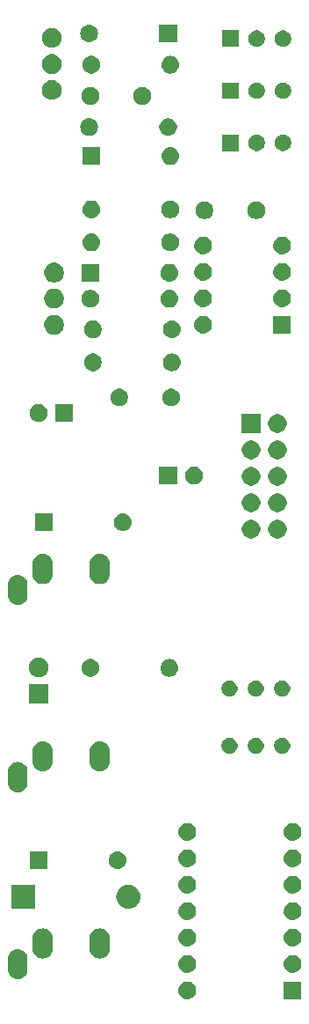
<source format=gbr>
G04 #@! TF.GenerationSoftware,KiCad,Pcbnew,5.0.1*
G04 #@! TF.CreationDate,2019-05-06T23:45:27+02:00*
G04 #@! TF.ProjectId,adadad,6164616461642E6B696361645F706362,rev?*
G04 #@! TF.SameCoordinates,Original*
G04 #@! TF.FileFunction,Soldermask,Bot*
G04 #@! TF.FilePolarity,Negative*
%FSLAX46Y46*%
G04 Gerber Fmt 4.6, Leading zero omitted, Abs format (unit mm)*
G04 Created by KiCad (PCBNEW 5.0.1) date Mo 06 Mai 2019 23:45:27 CEST*
%MOMM*%
%LPD*%
G01*
G04 APERTURE LIST*
%ADD10C,0.100000*%
G04 APERTURE END LIST*
D10*
G36*
X131851000Y-143851000D02*
X130149000Y-143851000D01*
X130149000Y-142149000D01*
X131851000Y-142149000D01*
X131851000Y-143851000D01*
X131851000Y-143851000D01*
G37*
G36*
X121006821Y-142161313D02*
X121006824Y-142161314D01*
X121006825Y-142161314D01*
X121167239Y-142209975D01*
X121167241Y-142209976D01*
X121167244Y-142209977D01*
X121315078Y-142288995D01*
X121444659Y-142395341D01*
X121551005Y-142524922D01*
X121630023Y-142672756D01*
X121678687Y-142833179D01*
X121695117Y-143000000D01*
X121678687Y-143166821D01*
X121630023Y-143327244D01*
X121551005Y-143475078D01*
X121444659Y-143604659D01*
X121315078Y-143711005D01*
X121167244Y-143790023D01*
X121167241Y-143790024D01*
X121167239Y-143790025D01*
X121006825Y-143838686D01*
X121006824Y-143838686D01*
X121006821Y-143838687D01*
X120881804Y-143851000D01*
X120798196Y-143851000D01*
X120673179Y-143838687D01*
X120673176Y-143838686D01*
X120673175Y-143838686D01*
X120512761Y-143790025D01*
X120512759Y-143790024D01*
X120512756Y-143790023D01*
X120364922Y-143711005D01*
X120235341Y-143604659D01*
X120128995Y-143475078D01*
X120049977Y-143327244D01*
X120001313Y-143166821D01*
X119984883Y-143000000D01*
X120001313Y-142833179D01*
X120049977Y-142672756D01*
X120128995Y-142524922D01*
X120235341Y-142395341D01*
X120364922Y-142288995D01*
X120512756Y-142209977D01*
X120512759Y-142209976D01*
X120512761Y-142209975D01*
X120673175Y-142161314D01*
X120673176Y-142161314D01*
X120673179Y-142161313D01*
X120798196Y-142149000D01*
X120881804Y-142149000D01*
X121006821Y-142161313D01*
X121006821Y-142161313D01*
G37*
G36*
X104686424Y-139062760D02*
X104686427Y-139062761D01*
X104686428Y-139062761D01*
X104865692Y-139117140D01*
X104865694Y-139117141D01*
X104865697Y-139117142D01*
X105030904Y-139205446D01*
X105175712Y-139324288D01*
X105294552Y-139469095D01*
X105294553Y-139469097D01*
X105382860Y-139634307D01*
X105431470Y-139794553D01*
X105437240Y-139813575D01*
X105451000Y-139953282D01*
X105451000Y-141046718D01*
X105437240Y-141186425D01*
X105437239Y-141186428D01*
X105437239Y-141186429D01*
X105382861Y-141365691D01*
X105382859Y-141365695D01*
X105294552Y-141530905D01*
X105175712Y-141675712D01*
X105030905Y-141794552D01*
X105030903Y-141794553D01*
X104865693Y-141882860D01*
X104686429Y-141937239D01*
X104686428Y-141937239D01*
X104686425Y-141937240D01*
X104500000Y-141955601D01*
X104313576Y-141937240D01*
X104313573Y-141937239D01*
X104313572Y-141937239D01*
X104134308Y-141882860D01*
X103969098Y-141794553D01*
X103969096Y-141794552D01*
X103824289Y-141675712D01*
X103705449Y-141530905D01*
X103617140Y-141365691D01*
X103562760Y-141186430D01*
X103549000Y-141046718D01*
X103549000Y-139953283D01*
X103562760Y-139813576D01*
X103562761Y-139813572D01*
X103617140Y-139634308D01*
X103617141Y-139634306D01*
X103617142Y-139634303D01*
X103705446Y-139469096D01*
X103824288Y-139324288D01*
X103969095Y-139205448D01*
X104134305Y-139117141D01*
X104134307Y-139117140D01*
X104313571Y-139062761D01*
X104313572Y-139062761D01*
X104313575Y-139062760D01*
X104500000Y-139044399D01*
X104686424Y-139062760D01*
X104686424Y-139062760D01*
G37*
G36*
X121006821Y-139621313D02*
X121006824Y-139621314D01*
X121006825Y-139621314D01*
X121167239Y-139669975D01*
X121167241Y-139669976D01*
X121167244Y-139669977D01*
X121315078Y-139748995D01*
X121444659Y-139855341D01*
X121551005Y-139984922D01*
X121630023Y-140132756D01*
X121678687Y-140293179D01*
X121695117Y-140460000D01*
X121678687Y-140626821D01*
X121630023Y-140787244D01*
X121551005Y-140935078D01*
X121444659Y-141064659D01*
X121315078Y-141171005D01*
X121167244Y-141250023D01*
X121167241Y-141250024D01*
X121167239Y-141250025D01*
X121006825Y-141298686D01*
X121006824Y-141298686D01*
X121006821Y-141298687D01*
X120881804Y-141311000D01*
X120798196Y-141311000D01*
X120673179Y-141298687D01*
X120673176Y-141298686D01*
X120673175Y-141298686D01*
X120512761Y-141250025D01*
X120512759Y-141250024D01*
X120512756Y-141250023D01*
X120364922Y-141171005D01*
X120235341Y-141064659D01*
X120128995Y-140935078D01*
X120049977Y-140787244D01*
X120001313Y-140626821D01*
X119984883Y-140460000D01*
X120001313Y-140293179D01*
X120049977Y-140132756D01*
X120128995Y-139984922D01*
X120235341Y-139855341D01*
X120364922Y-139748995D01*
X120512756Y-139669977D01*
X120512759Y-139669976D01*
X120512761Y-139669975D01*
X120673175Y-139621314D01*
X120673176Y-139621314D01*
X120673179Y-139621313D01*
X120798196Y-139609000D01*
X120881804Y-139609000D01*
X121006821Y-139621313D01*
X121006821Y-139621313D01*
G37*
G36*
X131166821Y-139621313D02*
X131166824Y-139621314D01*
X131166825Y-139621314D01*
X131327239Y-139669975D01*
X131327241Y-139669976D01*
X131327244Y-139669977D01*
X131475078Y-139748995D01*
X131604659Y-139855341D01*
X131711005Y-139984922D01*
X131790023Y-140132756D01*
X131838687Y-140293179D01*
X131855117Y-140460000D01*
X131838687Y-140626821D01*
X131790023Y-140787244D01*
X131711005Y-140935078D01*
X131604659Y-141064659D01*
X131475078Y-141171005D01*
X131327244Y-141250023D01*
X131327241Y-141250024D01*
X131327239Y-141250025D01*
X131166825Y-141298686D01*
X131166824Y-141298686D01*
X131166821Y-141298687D01*
X131041804Y-141311000D01*
X130958196Y-141311000D01*
X130833179Y-141298687D01*
X130833176Y-141298686D01*
X130833175Y-141298686D01*
X130672761Y-141250025D01*
X130672759Y-141250024D01*
X130672756Y-141250023D01*
X130524922Y-141171005D01*
X130395341Y-141064659D01*
X130288995Y-140935078D01*
X130209977Y-140787244D01*
X130161313Y-140626821D01*
X130144883Y-140460000D01*
X130161313Y-140293179D01*
X130209977Y-140132756D01*
X130288995Y-139984922D01*
X130395341Y-139855341D01*
X130524922Y-139748995D01*
X130672756Y-139669977D01*
X130672759Y-139669976D01*
X130672761Y-139669975D01*
X130833175Y-139621314D01*
X130833176Y-139621314D01*
X130833179Y-139621313D01*
X130958196Y-139609000D01*
X131041804Y-139609000D01*
X131166821Y-139621313D01*
X131166821Y-139621313D01*
G37*
G36*
X107086424Y-137062760D02*
X107086427Y-137062761D01*
X107086428Y-137062761D01*
X107265692Y-137117140D01*
X107265694Y-137117141D01*
X107265697Y-137117142D01*
X107430904Y-137205446D01*
X107575712Y-137324288D01*
X107694552Y-137469095D01*
X107782859Y-137634305D01*
X107837240Y-137813575D01*
X107851000Y-137953282D01*
X107851000Y-139046718D01*
X107837240Y-139186425D01*
X107837239Y-139186428D01*
X107837239Y-139186429D01*
X107782861Y-139365691D01*
X107782859Y-139365695D01*
X107694552Y-139530905D01*
X107575712Y-139675712D01*
X107430905Y-139794552D01*
X107430903Y-139794553D01*
X107265693Y-139882860D01*
X107086429Y-139937239D01*
X107086428Y-139937239D01*
X107086425Y-139937240D01*
X106900000Y-139955601D01*
X106713576Y-139937240D01*
X106713573Y-139937239D01*
X106713572Y-139937239D01*
X106534308Y-139882860D01*
X106369098Y-139794553D01*
X106369096Y-139794552D01*
X106224289Y-139675712D01*
X106105449Y-139530905D01*
X106017140Y-139365691D01*
X105962760Y-139186430D01*
X105949000Y-139046718D01*
X105949000Y-137953283D01*
X105962760Y-137813576D01*
X105962761Y-137813572D01*
X106017140Y-137634308D01*
X106017141Y-137634306D01*
X106017142Y-137634303D01*
X106105446Y-137469096D01*
X106224288Y-137324288D01*
X106369095Y-137205448D01*
X106534305Y-137117141D01*
X106534307Y-137117140D01*
X106713571Y-137062761D01*
X106713572Y-137062761D01*
X106713575Y-137062760D01*
X106900000Y-137044399D01*
X107086424Y-137062760D01*
X107086424Y-137062760D01*
G37*
G36*
X112586424Y-137062760D02*
X112586427Y-137062761D01*
X112586428Y-137062761D01*
X112765692Y-137117140D01*
X112765694Y-137117141D01*
X112765697Y-137117142D01*
X112930904Y-137205446D01*
X113075712Y-137324288D01*
X113194552Y-137469095D01*
X113282859Y-137634305D01*
X113337240Y-137813575D01*
X113351000Y-137953282D01*
X113351000Y-139046718D01*
X113337240Y-139186425D01*
X113337239Y-139186428D01*
X113337239Y-139186429D01*
X113282861Y-139365691D01*
X113282859Y-139365695D01*
X113194552Y-139530905D01*
X113075712Y-139675712D01*
X112930905Y-139794552D01*
X112930903Y-139794553D01*
X112765693Y-139882860D01*
X112586429Y-139937239D01*
X112586428Y-139937239D01*
X112586425Y-139937240D01*
X112400000Y-139955601D01*
X112213576Y-139937240D01*
X112213573Y-139937239D01*
X112213572Y-139937239D01*
X112034308Y-139882860D01*
X111869098Y-139794553D01*
X111869096Y-139794552D01*
X111724289Y-139675712D01*
X111605449Y-139530905D01*
X111517140Y-139365691D01*
X111462760Y-139186430D01*
X111449000Y-139046718D01*
X111449000Y-137953283D01*
X111462760Y-137813576D01*
X111462761Y-137813572D01*
X111517140Y-137634308D01*
X111517141Y-137634306D01*
X111517142Y-137634303D01*
X111605446Y-137469096D01*
X111724288Y-137324288D01*
X111869095Y-137205448D01*
X112034305Y-137117141D01*
X112034307Y-137117140D01*
X112213571Y-137062761D01*
X112213572Y-137062761D01*
X112213575Y-137062760D01*
X112400000Y-137044399D01*
X112586424Y-137062760D01*
X112586424Y-137062760D01*
G37*
G36*
X131166821Y-137081313D02*
X131166824Y-137081314D01*
X131166825Y-137081314D01*
X131327239Y-137129975D01*
X131327241Y-137129976D01*
X131327244Y-137129977D01*
X131475078Y-137208995D01*
X131604659Y-137315341D01*
X131711005Y-137444922D01*
X131790023Y-137592756D01*
X131790024Y-137592759D01*
X131790025Y-137592761D01*
X131802628Y-137634308D01*
X131838687Y-137753179D01*
X131855117Y-137920000D01*
X131838687Y-138086821D01*
X131790023Y-138247244D01*
X131711005Y-138395078D01*
X131604659Y-138524659D01*
X131475078Y-138631005D01*
X131327244Y-138710023D01*
X131327241Y-138710024D01*
X131327239Y-138710025D01*
X131166825Y-138758686D01*
X131166824Y-138758686D01*
X131166821Y-138758687D01*
X131041804Y-138771000D01*
X130958196Y-138771000D01*
X130833179Y-138758687D01*
X130833176Y-138758686D01*
X130833175Y-138758686D01*
X130672761Y-138710025D01*
X130672759Y-138710024D01*
X130672756Y-138710023D01*
X130524922Y-138631005D01*
X130395341Y-138524659D01*
X130288995Y-138395078D01*
X130209977Y-138247244D01*
X130161313Y-138086821D01*
X130144883Y-137920000D01*
X130161313Y-137753179D01*
X130197372Y-137634308D01*
X130209975Y-137592761D01*
X130209976Y-137592759D01*
X130209977Y-137592756D01*
X130288995Y-137444922D01*
X130395341Y-137315341D01*
X130524922Y-137208995D01*
X130672756Y-137129977D01*
X130672759Y-137129976D01*
X130672761Y-137129975D01*
X130833175Y-137081314D01*
X130833176Y-137081314D01*
X130833179Y-137081313D01*
X130958196Y-137069000D01*
X131041804Y-137069000D01*
X131166821Y-137081313D01*
X131166821Y-137081313D01*
G37*
G36*
X121006821Y-137081313D02*
X121006824Y-137081314D01*
X121006825Y-137081314D01*
X121167239Y-137129975D01*
X121167241Y-137129976D01*
X121167244Y-137129977D01*
X121315078Y-137208995D01*
X121444659Y-137315341D01*
X121551005Y-137444922D01*
X121630023Y-137592756D01*
X121630024Y-137592759D01*
X121630025Y-137592761D01*
X121642628Y-137634308D01*
X121678687Y-137753179D01*
X121695117Y-137920000D01*
X121678687Y-138086821D01*
X121630023Y-138247244D01*
X121551005Y-138395078D01*
X121444659Y-138524659D01*
X121315078Y-138631005D01*
X121167244Y-138710023D01*
X121167241Y-138710024D01*
X121167239Y-138710025D01*
X121006825Y-138758686D01*
X121006824Y-138758686D01*
X121006821Y-138758687D01*
X120881804Y-138771000D01*
X120798196Y-138771000D01*
X120673179Y-138758687D01*
X120673176Y-138758686D01*
X120673175Y-138758686D01*
X120512761Y-138710025D01*
X120512759Y-138710024D01*
X120512756Y-138710023D01*
X120364922Y-138631005D01*
X120235341Y-138524659D01*
X120128995Y-138395078D01*
X120049977Y-138247244D01*
X120001313Y-138086821D01*
X119984883Y-137920000D01*
X120001313Y-137753179D01*
X120037372Y-137634308D01*
X120049975Y-137592761D01*
X120049976Y-137592759D01*
X120049977Y-137592756D01*
X120128995Y-137444922D01*
X120235341Y-137315341D01*
X120364922Y-137208995D01*
X120512756Y-137129977D01*
X120512759Y-137129976D01*
X120512761Y-137129975D01*
X120673175Y-137081314D01*
X120673176Y-137081314D01*
X120673179Y-137081313D01*
X120798196Y-137069000D01*
X120881804Y-137069000D01*
X121006821Y-137081313D01*
X121006821Y-137081313D01*
G37*
G36*
X131166821Y-134541313D02*
X131166824Y-134541314D01*
X131166825Y-134541314D01*
X131327239Y-134589975D01*
X131327241Y-134589976D01*
X131327244Y-134589977D01*
X131475078Y-134668995D01*
X131604659Y-134775341D01*
X131711005Y-134904922D01*
X131790023Y-135052756D01*
X131790024Y-135052759D01*
X131790025Y-135052761D01*
X131819825Y-135151000D01*
X131838687Y-135213179D01*
X131855117Y-135380000D01*
X131838687Y-135546821D01*
X131790023Y-135707244D01*
X131711005Y-135855078D01*
X131604659Y-135984659D01*
X131475078Y-136091005D01*
X131327244Y-136170023D01*
X131327241Y-136170024D01*
X131327239Y-136170025D01*
X131166825Y-136218686D01*
X131166824Y-136218686D01*
X131166821Y-136218687D01*
X131041804Y-136231000D01*
X130958196Y-136231000D01*
X130833179Y-136218687D01*
X130833176Y-136218686D01*
X130833175Y-136218686D01*
X130672761Y-136170025D01*
X130672759Y-136170024D01*
X130672756Y-136170023D01*
X130524922Y-136091005D01*
X130395341Y-135984659D01*
X130288995Y-135855078D01*
X130209977Y-135707244D01*
X130161313Y-135546821D01*
X130144883Y-135380000D01*
X130161313Y-135213179D01*
X130180175Y-135151000D01*
X130209975Y-135052761D01*
X130209976Y-135052759D01*
X130209977Y-135052756D01*
X130288995Y-134904922D01*
X130395341Y-134775341D01*
X130524922Y-134668995D01*
X130672756Y-134589977D01*
X130672759Y-134589976D01*
X130672761Y-134589975D01*
X130833175Y-134541314D01*
X130833176Y-134541314D01*
X130833179Y-134541313D01*
X130958196Y-134529000D01*
X131041804Y-134529000D01*
X131166821Y-134541313D01*
X131166821Y-134541313D01*
G37*
G36*
X121006821Y-134541313D02*
X121006824Y-134541314D01*
X121006825Y-134541314D01*
X121167239Y-134589975D01*
X121167241Y-134589976D01*
X121167244Y-134589977D01*
X121315078Y-134668995D01*
X121444659Y-134775341D01*
X121551005Y-134904922D01*
X121630023Y-135052756D01*
X121630024Y-135052759D01*
X121630025Y-135052761D01*
X121659825Y-135151000D01*
X121678687Y-135213179D01*
X121695117Y-135380000D01*
X121678687Y-135546821D01*
X121630023Y-135707244D01*
X121551005Y-135855078D01*
X121444659Y-135984659D01*
X121315078Y-136091005D01*
X121167244Y-136170023D01*
X121167241Y-136170024D01*
X121167239Y-136170025D01*
X121006825Y-136218686D01*
X121006824Y-136218686D01*
X121006821Y-136218687D01*
X120881804Y-136231000D01*
X120798196Y-136231000D01*
X120673179Y-136218687D01*
X120673176Y-136218686D01*
X120673175Y-136218686D01*
X120512761Y-136170025D01*
X120512759Y-136170024D01*
X120512756Y-136170023D01*
X120364922Y-136091005D01*
X120235341Y-135984659D01*
X120128995Y-135855078D01*
X120049977Y-135707244D01*
X120001313Y-135546821D01*
X119984883Y-135380000D01*
X120001313Y-135213179D01*
X120020175Y-135151000D01*
X120049975Y-135052761D01*
X120049976Y-135052759D01*
X120049977Y-135052756D01*
X120128995Y-134904922D01*
X120235341Y-134775341D01*
X120364922Y-134668995D01*
X120512756Y-134589977D01*
X120512759Y-134589976D01*
X120512761Y-134589975D01*
X120673175Y-134541314D01*
X120673176Y-134541314D01*
X120673179Y-134541313D01*
X120798196Y-134529000D01*
X120881804Y-134529000D01*
X121006821Y-134541313D01*
X121006821Y-134541313D01*
G37*
G36*
X106151000Y-135151000D02*
X103849000Y-135151000D01*
X103849000Y-132849000D01*
X106151000Y-132849000D01*
X106151000Y-135151000D01*
X106151000Y-135151000D01*
G37*
G36*
X115284180Y-132855662D02*
X115385635Y-132865654D01*
X115602600Y-132931470D01*
X115602602Y-132931471D01*
X115602605Y-132931472D01*
X115802556Y-133038347D01*
X115977818Y-133182182D01*
X116121653Y-133357444D01*
X116228528Y-133557395D01*
X116228529Y-133557398D01*
X116228530Y-133557400D01*
X116294346Y-133774365D01*
X116316569Y-134000000D01*
X116294346Y-134225635D01*
X116228530Y-134442600D01*
X116228528Y-134442605D01*
X116121653Y-134642556D01*
X115977818Y-134817818D01*
X115802556Y-134961653D01*
X115602605Y-135068528D01*
X115602602Y-135068529D01*
X115602600Y-135068530D01*
X115385635Y-135134346D01*
X115284180Y-135144338D01*
X115216545Y-135151000D01*
X115103455Y-135151000D01*
X115035820Y-135144338D01*
X114934365Y-135134346D01*
X114717400Y-135068530D01*
X114717398Y-135068529D01*
X114717395Y-135068528D01*
X114517444Y-134961653D01*
X114342182Y-134817818D01*
X114198347Y-134642556D01*
X114091472Y-134442605D01*
X114091470Y-134442600D01*
X114025654Y-134225635D01*
X114003431Y-134000000D01*
X114025654Y-133774365D01*
X114091470Y-133557400D01*
X114091471Y-133557398D01*
X114091472Y-133557395D01*
X114198347Y-133357444D01*
X114342182Y-133182182D01*
X114517444Y-133038347D01*
X114717395Y-132931472D01*
X114717398Y-132931471D01*
X114717400Y-132931470D01*
X114934365Y-132865654D01*
X115035820Y-132855662D01*
X115103455Y-132849000D01*
X115216545Y-132849000D01*
X115284180Y-132855662D01*
X115284180Y-132855662D01*
G37*
G36*
X121006821Y-132001313D02*
X121006824Y-132001314D01*
X121006825Y-132001314D01*
X121167239Y-132049975D01*
X121167241Y-132049976D01*
X121167244Y-132049977D01*
X121315078Y-132128995D01*
X121444659Y-132235341D01*
X121551005Y-132364922D01*
X121630023Y-132512756D01*
X121678687Y-132673179D01*
X121695117Y-132840000D01*
X121678687Y-133006821D01*
X121678686Y-133006824D01*
X121678686Y-133006825D01*
X121669124Y-133038348D01*
X121630023Y-133167244D01*
X121551005Y-133315078D01*
X121444659Y-133444659D01*
X121315078Y-133551005D01*
X121167244Y-133630023D01*
X121167241Y-133630024D01*
X121167239Y-133630025D01*
X121006825Y-133678686D01*
X121006824Y-133678686D01*
X121006821Y-133678687D01*
X120881804Y-133691000D01*
X120798196Y-133691000D01*
X120673179Y-133678687D01*
X120673176Y-133678686D01*
X120673175Y-133678686D01*
X120512761Y-133630025D01*
X120512759Y-133630024D01*
X120512756Y-133630023D01*
X120364922Y-133551005D01*
X120235341Y-133444659D01*
X120128995Y-133315078D01*
X120049977Y-133167244D01*
X120010877Y-133038348D01*
X120001314Y-133006825D01*
X120001314Y-133006824D01*
X120001313Y-133006821D01*
X119984883Y-132840000D01*
X120001313Y-132673179D01*
X120049977Y-132512756D01*
X120128995Y-132364922D01*
X120235341Y-132235341D01*
X120364922Y-132128995D01*
X120512756Y-132049977D01*
X120512759Y-132049976D01*
X120512761Y-132049975D01*
X120673175Y-132001314D01*
X120673176Y-132001314D01*
X120673179Y-132001313D01*
X120798196Y-131989000D01*
X120881804Y-131989000D01*
X121006821Y-132001313D01*
X121006821Y-132001313D01*
G37*
G36*
X131166821Y-132001313D02*
X131166824Y-132001314D01*
X131166825Y-132001314D01*
X131327239Y-132049975D01*
X131327241Y-132049976D01*
X131327244Y-132049977D01*
X131475078Y-132128995D01*
X131604659Y-132235341D01*
X131711005Y-132364922D01*
X131790023Y-132512756D01*
X131838687Y-132673179D01*
X131855117Y-132840000D01*
X131838687Y-133006821D01*
X131838686Y-133006824D01*
X131838686Y-133006825D01*
X131829124Y-133038348D01*
X131790023Y-133167244D01*
X131711005Y-133315078D01*
X131604659Y-133444659D01*
X131475078Y-133551005D01*
X131327244Y-133630023D01*
X131327241Y-133630024D01*
X131327239Y-133630025D01*
X131166825Y-133678686D01*
X131166824Y-133678686D01*
X131166821Y-133678687D01*
X131041804Y-133691000D01*
X130958196Y-133691000D01*
X130833179Y-133678687D01*
X130833176Y-133678686D01*
X130833175Y-133678686D01*
X130672761Y-133630025D01*
X130672759Y-133630024D01*
X130672756Y-133630023D01*
X130524922Y-133551005D01*
X130395341Y-133444659D01*
X130288995Y-133315078D01*
X130209977Y-133167244D01*
X130170877Y-133038348D01*
X130161314Y-133006825D01*
X130161314Y-133006824D01*
X130161313Y-133006821D01*
X130144883Y-132840000D01*
X130161313Y-132673179D01*
X130209977Y-132512756D01*
X130288995Y-132364922D01*
X130395341Y-132235341D01*
X130524922Y-132128995D01*
X130672756Y-132049977D01*
X130672759Y-132049976D01*
X130672761Y-132049975D01*
X130833175Y-132001314D01*
X130833176Y-132001314D01*
X130833179Y-132001313D01*
X130958196Y-131989000D01*
X131041804Y-131989000D01*
X131166821Y-132001313D01*
X131166821Y-132001313D01*
G37*
G36*
X114286821Y-129661313D02*
X114286824Y-129661314D01*
X114286825Y-129661314D01*
X114447239Y-129709975D01*
X114447241Y-129709976D01*
X114447244Y-129709977D01*
X114595078Y-129788995D01*
X114724659Y-129895341D01*
X114831005Y-130024922D01*
X114910023Y-130172756D01*
X114958687Y-130333179D01*
X114975117Y-130500000D01*
X114958687Y-130666821D01*
X114958686Y-130666824D01*
X114958686Y-130666825D01*
X114925848Y-130775078D01*
X114910023Y-130827244D01*
X114831005Y-130975078D01*
X114724659Y-131104659D01*
X114595078Y-131211005D01*
X114447244Y-131290023D01*
X114447241Y-131290024D01*
X114447239Y-131290025D01*
X114286825Y-131338686D01*
X114286824Y-131338686D01*
X114286821Y-131338687D01*
X114161804Y-131351000D01*
X114078196Y-131351000D01*
X113953179Y-131338687D01*
X113953176Y-131338686D01*
X113953175Y-131338686D01*
X113792761Y-131290025D01*
X113792759Y-131290024D01*
X113792756Y-131290023D01*
X113644922Y-131211005D01*
X113515341Y-131104659D01*
X113408995Y-130975078D01*
X113329977Y-130827244D01*
X113314153Y-130775078D01*
X113281314Y-130666825D01*
X113281314Y-130666824D01*
X113281313Y-130666821D01*
X113264883Y-130500000D01*
X113281313Y-130333179D01*
X113329977Y-130172756D01*
X113408995Y-130024922D01*
X113515341Y-129895341D01*
X113644922Y-129788995D01*
X113792756Y-129709977D01*
X113792759Y-129709976D01*
X113792761Y-129709975D01*
X113953175Y-129661314D01*
X113953176Y-129661314D01*
X113953179Y-129661313D01*
X114078196Y-129649000D01*
X114161804Y-129649000D01*
X114286821Y-129661313D01*
X114286821Y-129661313D01*
G37*
G36*
X107351000Y-131351000D02*
X105649000Y-131351000D01*
X105649000Y-129649000D01*
X107351000Y-129649000D01*
X107351000Y-131351000D01*
X107351000Y-131351000D01*
G37*
G36*
X121006821Y-129461313D02*
X121006824Y-129461314D01*
X121006825Y-129461314D01*
X121167239Y-129509975D01*
X121167241Y-129509976D01*
X121167244Y-129509977D01*
X121315078Y-129588995D01*
X121444659Y-129695341D01*
X121551005Y-129824922D01*
X121630023Y-129972756D01*
X121630024Y-129972759D01*
X121630025Y-129972761D01*
X121678686Y-130133175D01*
X121678687Y-130133179D01*
X121695117Y-130300000D01*
X121678687Y-130466821D01*
X121630023Y-130627244D01*
X121551005Y-130775078D01*
X121444659Y-130904659D01*
X121315078Y-131011005D01*
X121167244Y-131090023D01*
X121167241Y-131090024D01*
X121167239Y-131090025D01*
X121006825Y-131138686D01*
X121006824Y-131138686D01*
X121006821Y-131138687D01*
X120881804Y-131151000D01*
X120798196Y-131151000D01*
X120673179Y-131138687D01*
X120673176Y-131138686D01*
X120673175Y-131138686D01*
X120512761Y-131090025D01*
X120512759Y-131090024D01*
X120512756Y-131090023D01*
X120364922Y-131011005D01*
X120235341Y-130904659D01*
X120128995Y-130775078D01*
X120049977Y-130627244D01*
X120001313Y-130466821D01*
X119984883Y-130300000D01*
X120001313Y-130133179D01*
X120001314Y-130133175D01*
X120049975Y-129972761D01*
X120049976Y-129972759D01*
X120049977Y-129972756D01*
X120128995Y-129824922D01*
X120235341Y-129695341D01*
X120364922Y-129588995D01*
X120512756Y-129509977D01*
X120512759Y-129509976D01*
X120512761Y-129509975D01*
X120673175Y-129461314D01*
X120673176Y-129461314D01*
X120673179Y-129461313D01*
X120798196Y-129449000D01*
X120881804Y-129449000D01*
X121006821Y-129461313D01*
X121006821Y-129461313D01*
G37*
G36*
X131166821Y-129461313D02*
X131166824Y-129461314D01*
X131166825Y-129461314D01*
X131327239Y-129509975D01*
X131327241Y-129509976D01*
X131327244Y-129509977D01*
X131475078Y-129588995D01*
X131604659Y-129695341D01*
X131711005Y-129824922D01*
X131790023Y-129972756D01*
X131790024Y-129972759D01*
X131790025Y-129972761D01*
X131838686Y-130133175D01*
X131838687Y-130133179D01*
X131855117Y-130300000D01*
X131838687Y-130466821D01*
X131790023Y-130627244D01*
X131711005Y-130775078D01*
X131604659Y-130904659D01*
X131475078Y-131011005D01*
X131327244Y-131090023D01*
X131327241Y-131090024D01*
X131327239Y-131090025D01*
X131166825Y-131138686D01*
X131166824Y-131138686D01*
X131166821Y-131138687D01*
X131041804Y-131151000D01*
X130958196Y-131151000D01*
X130833179Y-131138687D01*
X130833176Y-131138686D01*
X130833175Y-131138686D01*
X130672761Y-131090025D01*
X130672759Y-131090024D01*
X130672756Y-131090023D01*
X130524922Y-131011005D01*
X130395341Y-130904659D01*
X130288995Y-130775078D01*
X130209977Y-130627244D01*
X130161313Y-130466821D01*
X130144883Y-130300000D01*
X130161313Y-130133179D01*
X130161314Y-130133175D01*
X130209975Y-129972761D01*
X130209976Y-129972759D01*
X130209977Y-129972756D01*
X130288995Y-129824922D01*
X130395341Y-129695341D01*
X130524922Y-129588995D01*
X130672756Y-129509977D01*
X130672759Y-129509976D01*
X130672761Y-129509975D01*
X130833175Y-129461314D01*
X130833176Y-129461314D01*
X130833179Y-129461313D01*
X130958196Y-129449000D01*
X131041804Y-129449000D01*
X131166821Y-129461313D01*
X131166821Y-129461313D01*
G37*
G36*
X121006821Y-126921313D02*
X121006824Y-126921314D01*
X121006825Y-126921314D01*
X121167239Y-126969975D01*
X121167241Y-126969976D01*
X121167244Y-126969977D01*
X121315078Y-127048995D01*
X121444659Y-127155341D01*
X121551005Y-127284922D01*
X121630023Y-127432756D01*
X121678687Y-127593179D01*
X121695117Y-127760000D01*
X121678687Y-127926821D01*
X121630023Y-128087244D01*
X121551005Y-128235078D01*
X121444659Y-128364659D01*
X121315078Y-128471005D01*
X121167244Y-128550023D01*
X121167241Y-128550024D01*
X121167239Y-128550025D01*
X121006825Y-128598686D01*
X121006824Y-128598686D01*
X121006821Y-128598687D01*
X120881804Y-128611000D01*
X120798196Y-128611000D01*
X120673179Y-128598687D01*
X120673176Y-128598686D01*
X120673175Y-128598686D01*
X120512761Y-128550025D01*
X120512759Y-128550024D01*
X120512756Y-128550023D01*
X120364922Y-128471005D01*
X120235341Y-128364659D01*
X120128995Y-128235078D01*
X120049977Y-128087244D01*
X120001313Y-127926821D01*
X119984883Y-127760000D01*
X120001313Y-127593179D01*
X120049977Y-127432756D01*
X120128995Y-127284922D01*
X120235341Y-127155341D01*
X120364922Y-127048995D01*
X120512756Y-126969977D01*
X120512759Y-126969976D01*
X120512761Y-126969975D01*
X120673175Y-126921314D01*
X120673176Y-126921314D01*
X120673179Y-126921313D01*
X120798196Y-126909000D01*
X120881804Y-126909000D01*
X121006821Y-126921313D01*
X121006821Y-126921313D01*
G37*
G36*
X131166821Y-126921313D02*
X131166824Y-126921314D01*
X131166825Y-126921314D01*
X131327239Y-126969975D01*
X131327241Y-126969976D01*
X131327244Y-126969977D01*
X131475078Y-127048995D01*
X131604659Y-127155341D01*
X131711005Y-127284922D01*
X131790023Y-127432756D01*
X131838687Y-127593179D01*
X131855117Y-127760000D01*
X131838687Y-127926821D01*
X131790023Y-128087244D01*
X131711005Y-128235078D01*
X131604659Y-128364659D01*
X131475078Y-128471005D01*
X131327244Y-128550023D01*
X131327241Y-128550024D01*
X131327239Y-128550025D01*
X131166825Y-128598686D01*
X131166824Y-128598686D01*
X131166821Y-128598687D01*
X131041804Y-128611000D01*
X130958196Y-128611000D01*
X130833179Y-128598687D01*
X130833176Y-128598686D01*
X130833175Y-128598686D01*
X130672761Y-128550025D01*
X130672759Y-128550024D01*
X130672756Y-128550023D01*
X130524922Y-128471005D01*
X130395341Y-128364659D01*
X130288995Y-128235078D01*
X130209977Y-128087244D01*
X130161313Y-127926821D01*
X130144883Y-127760000D01*
X130161313Y-127593179D01*
X130209977Y-127432756D01*
X130288995Y-127284922D01*
X130395341Y-127155341D01*
X130524922Y-127048995D01*
X130672756Y-126969977D01*
X130672759Y-126969976D01*
X130672761Y-126969975D01*
X130833175Y-126921314D01*
X130833176Y-126921314D01*
X130833179Y-126921313D01*
X130958196Y-126909000D01*
X131041804Y-126909000D01*
X131166821Y-126921313D01*
X131166821Y-126921313D01*
G37*
G36*
X104686424Y-121062760D02*
X104686427Y-121062761D01*
X104686428Y-121062761D01*
X104865692Y-121117140D01*
X104865694Y-121117141D01*
X104865697Y-121117142D01*
X105030904Y-121205446D01*
X105175712Y-121324288D01*
X105294552Y-121469095D01*
X105294553Y-121469097D01*
X105382860Y-121634307D01*
X105431470Y-121794553D01*
X105437240Y-121813575D01*
X105451000Y-121953282D01*
X105451000Y-123046718D01*
X105437240Y-123186425D01*
X105437239Y-123186428D01*
X105437239Y-123186429D01*
X105382861Y-123365691D01*
X105382859Y-123365695D01*
X105294552Y-123530905D01*
X105175712Y-123675712D01*
X105030905Y-123794552D01*
X105030903Y-123794553D01*
X104865693Y-123882860D01*
X104686429Y-123937239D01*
X104686428Y-123937239D01*
X104686425Y-123937240D01*
X104500000Y-123955601D01*
X104313576Y-123937240D01*
X104313573Y-123937239D01*
X104313572Y-123937239D01*
X104134308Y-123882860D01*
X103969098Y-123794553D01*
X103969096Y-123794552D01*
X103824289Y-123675712D01*
X103705449Y-123530905D01*
X103617140Y-123365691D01*
X103562760Y-123186430D01*
X103549000Y-123046718D01*
X103549000Y-121953283D01*
X103562760Y-121813576D01*
X103562761Y-121813572D01*
X103617140Y-121634308D01*
X103617141Y-121634306D01*
X103617142Y-121634303D01*
X103705446Y-121469096D01*
X103824288Y-121324288D01*
X103969095Y-121205448D01*
X104134305Y-121117141D01*
X104134307Y-121117140D01*
X104313571Y-121062761D01*
X104313572Y-121062761D01*
X104313575Y-121062760D01*
X104500000Y-121044399D01*
X104686424Y-121062760D01*
X104686424Y-121062760D01*
G37*
G36*
X107086424Y-119062760D02*
X107086427Y-119062761D01*
X107086428Y-119062761D01*
X107265692Y-119117140D01*
X107265694Y-119117141D01*
X107265697Y-119117142D01*
X107430904Y-119205446D01*
X107575712Y-119324288D01*
X107694552Y-119469095D01*
X107782859Y-119634305D01*
X107837240Y-119813575D01*
X107851000Y-119953282D01*
X107851000Y-121046718D01*
X107837240Y-121186425D01*
X107837239Y-121186428D01*
X107837239Y-121186429D01*
X107782861Y-121365691D01*
X107782859Y-121365695D01*
X107694552Y-121530905D01*
X107575712Y-121675712D01*
X107430905Y-121794552D01*
X107430903Y-121794553D01*
X107265693Y-121882860D01*
X107086429Y-121937239D01*
X107086428Y-121937239D01*
X107086425Y-121937240D01*
X106900000Y-121955601D01*
X106713576Y-121937240D01*
X106713573Y-121937239D01*
X106713572Y-121937239D01*
X106534308Y-121882860D01*
X106369098Y-121794553D01*
X106369096Y-121794552D01*
X106224289Y-121675712D01*
X106105449Y-121530905D01*
X106017140Y-121365691D01*
X105962760Y-121186430D01*
X105949000Y-121046718D01*
X105949000Y-119953283D01*
X105962760Y-119813576D01*
X105962761Y-119813572D01*
X106017140Y-119634308D01*
X106017141Y-119634306D01*
X106017142Y-119634303D01*
X106105446Y-119469096D01*
X106224288Y-119324288D01*
X106369095Y-119205448D01*
X106534305Y-119117141D01*
X106534307Y-119117140D01*
X106713571Y-119062761D01*
X106713572Y-119062761D01*
X106713575Y-119062760D01*
X106900000Y-119044399D01*
X107086424Y-119062760D01*
X107086424Y-119062760D01*
G37*
G36*
X112586424Y-119062760D02*
X112586427Y-119062761D01*
X112586428Y-119062761D01*
X112765692Y-119117140D01*
X112765694Y-119117141D01*
X112765697Y-119117142D01*
X112930904Y-119205446D01*
X113075712Y-119324288D01*
X113194552Y-119469095D01*
X113282859Y-119634305D01*
X113337240Y-119813575D01*
X113351000Y-119953282D01*
X113351000Y-121046718D01*
X113337240Y-121186425D01*
X113337239Y-121186428D01*
X113337239Y-121186429D01*
X113282861Y-121365691D01*
X113282859Y-121365695D01*
X113194552Y-121530905D01*
X113075712Y-121675712D01*
X112930905Y-121794552D01*
X112930903Y-121794553D01*
X112765693Y-121882860D01*
X112586429Y-121937239D01*
X112586428Y-121937239D01*
X112586425Y-121937240D01*
X112400000Y-121955601D01*
X112213576Y-121937240D01*
X112213573Y-121937239D01*
X112213572Y-121937239D01*
X112034308Y-121882860D01*
X111869098Y-121794553D01*
X111869096Y-121794552D01*
X111724289Y-121675712D01*
X111605449Y-121530905D01*
X111517140Y-121365691D01*
X111462760Y-121186430D01*
X111449000Y-121046718D01*
X111449000Y-119953283D01*
X111462760Y-119813576D01*
X111462761Y-119813572D01*
X111517140Y-119634308D01*
X111517141Y-119634306D01*
X111517142Y-119634303D01*
X111605446Y-119469096D01*
X111724288Y-119324288D01*
X111869095Y-119205448D01*
X112034305Y-119117141D01*
X112034307Y-119117140D01*
X112213571Y-119062761D01*
X112213572Y-119062761D01*
X112213575Y-119062760D01*
X112400000Y-119044399D01*
X112586424Y-119062760D01*
X112586424Y-119062760D01*
G37*
G36*
X130125589Y-118738876D02*
X130224893Y-118758629D01*
X130365206Y-118816748D01*
X130491484Y-118901125D01*
X130598875Y-119008516D01*
X130683252Y-119134794D01*
X130741371Y-119275107D01*
X130771000Y-119424063D01*
X130771000Y-119575937D01*
X130741371Y-119724893D01*
X130683252Y-119865206D01*
X130598875Y-119991484D01*
X130491484Y-120098875D01*
X130365206Y-120183252D01*
X130224893Y-120241371D01*
X130125589Y-120261124D01*
X130075938Y-120271000D01*
X129924062Y-120271000D01*
X129874411Y-120261124D01*
X129775107Y-120241371D01*
X129634794Y-120183252D01*
X129508516Y-120098875D01*
X129401125Y-119991484D01*
X129316748Y-119865206D01*
X129258629Y-119724893D01*
X129229000Y-119575937D01*
X129229000Y-119424063D01*
X129258629Y-119275107D01*
X129316748Y-119134794D01*
X129401125Y-119008516D01*
X129508516Y-118901125D01*
X129634794Y-118816748D01*
X129775107Y-118758629D01*
X129874411Y-118738876D01*
X129924062Y-118729000D01*
X130075938Y-118729000D01*
X130125589Y-118738876D01*
X130125589Y-118738876D01*
G37*
G36*
X127585589Y-118738876D02*
X127684893Y-118758629D01*
X127825206Y-118816748D01*
X127951484Y-118901125D01*
X128058875Y-119008516D01*
X128143252Y-119134794D01*
X128201371Y-119275107D01*
X128231000Y-119424063D01*
X128231000Y-119575937D01*
X128201371Y-119724893D01*
X128143252Y-119865206D01*
X128058875Y-119991484D01*
X127951484Y-120098875D01*
X127825206Y-120183252D01*
X127684893Y-120241371D01*
X127585589Y-120261124D01*
X127535938Y-120271000D01*
X127384062Y-120271000D01*
X127334411Y-120261124D01*
X127235107Y-120241371D01*
X127094794Y-120183252D01*
X126968516Y-120098875D01*
X126861125Y-119991484D01*
X126776748Y-119865206D01*
X126718629Y-119724893D01*
X126689000Y-119575937D01*
X126689000Y-119424063D01*
X126718629Y-119275107D01*
X126776748Y-119134794D01*
X126861125Y-119008516D01*
X126968516Y-118901125D01*
X127094794Y-118816748D01*
X127235107Y-118758629D01*
X127334411Y-118738876D01*
X127384062Y-118729000D01*
X127535938Y-118729000D01*
X127585589Y-118738876D01*
X127585589Y-118738876D01*
G37*
G36*
X125045589Y-118738876D02*
X125144893Y-118758629D01*
X125285206Y-118816748D01*
X125411484Y-118901125D01*
X125518875Y-119008516D01*
X125603252Y-119134794D01*
X125661371Y-119275107D01*
X125691000Y-119424063D01*
X125691000Y-119575937D01*
X125661371Y-119724893D01*
X125603252Y-119865206D01*
X125518875Y-119991484D01*
X125411484Y-120098875D01*
X125285206Y-120183252D01*
X125144893Y-120241371D01*
X125045589Y-120261124D01*
X124995938Y-120271000D01*
X124844062Y-120271000D01*
X124794411Y-120261124D01*
X124695107Y-120241371D01*
X124554794Y-120183252D01*
X124428516Y-120098875D01*
X124321125Y-119991484D01*
X124236748Y-119865206D01*
X124178629Y-119724893D01*
X124149000Y-119575937D01*
X124149000Y-119424063D01*
X124178629Y-119275107D01*
X124236748Y-119134794D01*
X124321125Y-119008516D01*
X124428516Y-118901125D01*
X124554794Y-118816748D01*
X124695107Y-118758629D01*
X124794411Y-118738876D01*
X124844062Y-118729000D01*
X124995938Y-118729000D01*
X125045589Y-118738876D01*
X125045589Y-118738876D01*
G37*
G36*
X107451000Y-115451000D02*
X105549000Y-115451000D01*
X105549000Y-113549000D01*
X107451000Y-113549000D01*
X107451000Y-115451000D01*
X107451000Y-115451000D01*
G37*
G36*
X127585589Y-113238876D02*
X127684893Y-113258629D01*
X127825206Y-113316748D01*
X127951484Y-113401125D01*
X128058875Y-113508516D01*
X128143252Y-113634794D01*
X128201371Y-113775107D01*
X128231000Y-113924063D01*
X128231000Y-114075937D01*
X128201371Y-114224893D01*
X128143252Y-114365206D01*
X128058875Y-114491484D01*
X127951484Y-114598875D01*
X127825206Y-114683252D01*
X127684893Y-114741371D01*
X127585589Y-114761124D01*
X127535938Y-114771000D01*
X127384062Y-114771000D01*
X127334411Y-114761124D01*
X127235107Y-114741371D01*
X127094794Y-114683252D01*
X126968516Y-114598875D01*
X126861125Y-114491484D01*
X126776748Y-114365206D01*
X126718629Y-114224893D01*
X126689000Y-114075937D01*
X126689000Y-113924063D01*
X126718629Y-113775107D01*
X126776748Y-113634794D01*
X126861125Y-113508516D01*
X126968516Y-113401125D01*
X127094794Y-113316748D01*
X127235107Y-113258629D01*
X127334411Y-113238876D01*
X127384062Y-113229000D01*
X127535938Y-113229000D01*
X127585589Y-113238876D01*
X127585589Y-113238876D01*
G37*
G36*
X125045589Y-113238876D02*
X125144893Y-113258629D01*
X125285206Y-113316748D01*
X125411484Y-113401125D01*
X125518875Y-113508516D01*
X125603252Y-113634794D01*
X125661371Y-113775107D01*
X125691000Y-113924063D01*
X125691000Y-114075937D01*
X125661371Y-114224893D01*
X125603252Y-114365206D01*
X125518875Y-114491484D01*
X125411484Y-114598875D01*
X125285206Y-114683252D01*
X125144893Y-114741371D01*
X125045589Y-114761124D01*
X124995938Y-114771000D01*
X124844062Y-114771000D01*
X124794411Y-114761124D01*
X124695107Y-114741371D01*
X124554794Y-114683252D01*
X124428516Y-114598875D01*
X124321125Y-114491484D01*
X124236748Y-114365206D01*
X124178629Y-114224893D01*
X124149000Y-114075937D01*
X124149000Y-113924063D01*
X124178629Y-113775107D01*
X124236748Y-113634794D01*
X124321125Y-113508516D01*
X124428516Y-113401125D01*
X124554794Y-113316748D01*
X124695107Y-113258629D01*
X124794411Y-113238876D01*
X124844062Y-113229000D01*
X124995938Y-113229000D01*
X125045589Y-113238876D01*
X125045589Y-113238876D01*
G37*
G36*
X130125589Y-113238876D02*
X130224893Y-113258629D01*
X130365206Y-113316748D01*
X130491484Y-113401125D01*
X130598875Y-113508516D01*
X130683252Y-113634794D01*
X130741371Y-113775107D01*
X130771000Y-113924063D01*
X130771000Y-114075937D01*
X130741371Y-114224893D01*
X130683252Y-114365206D01*
X130598875Y-114491484D01*
X130491484Y-114598875D01*
X130365206Y-114683252D01*
X130224893Y-114741371D01*
X130125589Y-114761124D01*
X130075938Y-114771000D01*
X129924062Y-114771000D01*
X129874411Y-114761124D01*
X129775107Y-114741371D01*
X129634794Y-114683252D01*
X129508516Y-114598875D01*
X129401125Y-114491484D01*
X129316748Y-114365206D01*
X129258629Y-114224893D01*
X129229000Y-114075937D01*
X129229000Y-113924063D01*
X129258629Y-113775107D01*
X129316748Y-113634794D01*
X129401125Y-113508516D01*
X129508516Y-113401125D01*
X129634794Y-113316748D01*
X129775107Y-113258629D01*
X129874411Y-113238876D01*
X129924062Y-113229000D01*
X130075938Y-113229000D01*
X130125589Y-113238876D01*
X130125589Y-113238876D01*
G37*
G36*
X106777396Y-111045546D02*
X106950466Y-111117234D01*
X107106230Y-111221312D01*
X107238688Y-111353770D01*
X107342766Y-111509534D01*
X107414454Y-111682604D01*
X107451000Y-111866333D01*
X107451000Y-112053667D01*
X107414454Y-112237396D01*
X107342766Y-112410466D01*
X107238688Y-112566230D01*
X107106230Y-112698688D01*
X106950466Y-112802766D01*
X106777396Y-112874454D01*
X106593667Y-112911000D01*
X106406333Y-112911000D01*
X106222604Y-112874454D01*
X106049534Y-112802766D01*
X105893770Y-112698688D01*
X105761312Y-112566230D01*
X105657234Y-112410466D01*
X105585546Y-112237396D01*
X105549000Y-112053667D01*
X105549000Y-111866333D01*
X105585546Y-111682604D01*
X105657234Y-111509534D01*
X105761312Y-111353770D01*
X105893770Y-111221312D01*
X106049534Y-111117234D01*
X106222604Y-111045546D01*
X106406333Y-111009000D01*
X106593667Y-111009000D01*
X106777396Y-111045546D01*
X106777396Y-111045546D01*
G37*
G36*
X119286821Y-111161313D02*
X119286824Y-111161314D01*
X119286825Y-111161314D01*
X119447239Y-111209975D01*
X119447241Y-111209976D01*
X119447244Y-111209977D01*
X119595078Y-111288995D01*
X119724659Y-111395341D01*
X119831005Y-111524922D01*
X119910023Y-111672756D01*
X119910024Y-111672759D01*
X119910025Y-111672761D01*
X119958686Y-111833175D01*
X119958687Y-111833179D01*
X119975117Y-112000000D01*
X119958687Y-112166821D01*
X119958686Y-112166824D01*
X119958686Y-112166825D01*
X119933993Y-112248228D01*
X119910023Y-112327244D01*
X119831005Y-112475078D01*
X119724659Y-112604659D01*
X119595078Y-112711005D01*
X119447244Y-112790023D01*
X119447241Y-112790024D01*
X119447239Y-112790025D01*
X119286825Y-112838686D01*
X119286824Y-112838686D01*
X119286821Y-112838687D01*
X119161804Y-112851000D01*
X119078196Y-112851000D01*
X118953179Y-112838687D01*
X118953176Y-112838686D01*
X118953175Y-112838686D01*
X118792761Y-112790025D01*
X118792759Y-112790024D01*
X118792756Y-112790023D01*
X118644922Y-112711005D01*
X118515341Y-112604659D01*
X118408995Y-112475078D01*
X118329977Y-112327244D01*
X118306008Y-112248228D01*
X118281314Y-112166825D01*
X118281314Y-112166824D01*
X118281313Y-112166821D01*
X118264883Y-112000000D01*
X118281313Y-111833179D01*
X118281314Y-111833175D01*
X118329975Y-111672761D01*
X118329976Y-111672759D01*
X118329977Y-111672756D01*
X118408995Y-111524922D01*
X118515341Y-111395341D01*
X118644922Y-111288995D01*
X118792756Y-111209977D01*
X118792759Y-111209976D01*
X118792761Y-111209975D01*
X118953175Y-111161314D01*
X118953176Y-111161314D01*
X118953179Y-111161313D01*
X119078196Y-111149000D01*
X119161804Y-111149000D01*
X119286821Y-111161313D01*
X119286821Y-111161313D01*
G37*
G36*
X111748228Y-111181703D02*
X111903100Y-111245853D01*
X112042481Y-111338985D01*
X112161015Y-111457519D01*
X112254147Y-111596900D01*
X112318297Y-111751772D01*
X112351000Y-111916184D01*
X112351000Y-112083816D01*
X112318297Y-112248228D01*
X112254147Y-112403100D01*
X112161015Y-112542481D01*
X112042481Y-112661015D01*
X111903100Y-112754147D01*
X111748228Y-112818297D01*
X111583816Y-112851000D01*
X111416184Y-112851000D01*
X111251772Y-112818297D01*
X111096900Y-112754147D01*
X110957519Y-112661015D01*
X110838985Y-112542481D01*
X110745853Y-112403100D01*
X110681703Y-112248228D01*
X110649000Y-112083816D01*
X110649000Y-111916184D01*
X110681703Y-111751772D01*
X110745853Y-111596900D01*
X110838985Y-111457519D01*
X110957519Y-111338985D01*
X111096900Y-111245853D01*
X111251772Y-111181703D01*
X111416184Y-111149000D01*
X111583816Y-111149000D01*
X111748228Y-111181703D01*
X111748228Y-111181703D01*
G37*
G36*
X104686424Y-103062760D02*
X104686427Y-103062761D01*
X104686428Y-103062761D01*
X104865692Y-103117140D01*
X104865694Y-103117141D01*
X104865697Y-103117142D01*
X105030904Y-103205446D01*
X105175712Y-103324288D01*
X105294552Y-103469095D01*
X105294553Y-103469097D01*
X105382860Y-103634307D01*
X105431470Y-103794553D01*
X105437240Y-103813575D01*
X105451000Y-103953282D01*
X105451000Y-105046718D01*
X105437240Y-105186425D01*
X105437239Y-105186428D01*
X105437239Y-105186429D01*
X105382861Y-105365691D01*
X105382859Y-105365695D01*
X105294552Y-105530905D01*
X105175712Y-105675712D01*
X105030905Y-105794552D01*
X105030903Y-105794553D01*
X104865693Y-105882860D01*
X104686429Y-105937239D01*
X104686428Y-105937239D01*
X104686425Y-105937240D01*
X104500000Y-105955601D01*
X104313576Y-105937240D01*
X104313573Y-105937239D01*
X104313572Y-105937239D01*
X104134308Y-105882860D01*
X103969098Y-105794553D01*
X103969096Y-105794552D01*
X103824289Y-105675712D01*
X103705449Y-105530905D01*
X103617140Y-105365691D01*
X103562760Y-105186430D01*
X103549000Y-105046718D01*
X103549000Y-103953283D01*
X103562760Y-103813576D01*
X103562761Y-103813572D01*
X103617140Y-103634308D01*
X103617141Y-103634306D01*
X103617142Y-103634303D01*
X103705446Y-103469096D01*
X103824288Y-103324288D01*
X103969095Y-103205448D01*
X104134305Y-103117141D01*
X104134307Y-103117140D01*
X104313571Y-103062761D01*
X104313572Y-103062761D01*
X104313575Y-103062760D01*
X104500000Y-103044399D01*
X104686424Y-103062760D01*
X104686424Y-103062760D01*
G37*
G36*
X107086424Y-101062760D02*
X107086427Y-101062761D01*
X107086428Y-101062761D01*
X107265692Y-101117140D01*
X107265694Y-101117141D01*
X107265697Y-101117142D01*
X107430904Y-101205446D01*
X107575712Y-101324288D01*
X107694552Y-101469095D01*
X107782859Y-101634305D01*
X107837240Y-101813575D01*
X107851000Y-101953282D01*
X107851000Y-103046718D01*
X107837240Y-103186425D01*
X107837239Y-103186428D01*
X107837239Y-103186429D01*
X107782861Y-103365691D01*
X107782859Y-103365695D01*
X107694552Y-103530905D01*
X107575712Y-103675712D01*
X107430905Y-103794552D01*
X107430903Y-103794553D01*
X107265693Y-103882860D01*
X107086429Y-103937239D01*
X107086428Y-103937239D01*
X107086425Y-103937240D01*
X106900000Y-103955601D01*
X106713576Y-103937240D01*
X106713573Y-103937239D01*
X106713572Y-103937239D01*
X106534308Y-103882860D01*
X106369098Y-103794553D01*
X106369096Y-103794552D01*
X106224289Y-103675712D01*
X106105449Y-103530905D01*
X106017140Y-103365691D01*
X105962760Y-103186430D01*
X105949000Y-103046718D01*
X105949000Y-101953283D01*
X105962760Y-101813576D01*
X105962761Y-101813572D01*
X106017140Y-101634308D01*
X106017141Y-101634306D01*
X106017142Y-101634303D01*
X106105446Y-101469096D01*
X106224288Y-101324288D01*
X106369095Y-101205448D01*
X106534305Y-101117141D01*
X106534307Y-101117140D01*
X106713571Y-101062761D01*
X106713572Y-101062761D01*
X106713575Y-101062760D01*
X106900000Y-101044399D01*
X107086424Y-101062760D01*
X107086424Y-101062760D01*
G37*
G36*
X112586424Y-101062760D02*
X112586427Y-101062761D01*
X112586428Y-101062761D01*
X112765692Y-101117140D01*
X112765694Y-101117141D01*
X112765697Y-101117142D01*
X112930904Y-101205446D01*
X113075712Y-101324288D01*
X113194552Y-101469095D01*
X113282859Y-101634305D01*
X113337240Y-101813575D01*
X113351000Y-101953282D01*
X113351000Y-103046718D01*
X113337240Y-103186425D01*
X113337239Y-103186428D01*
X113337239Y-103186429D01*
X113282861Y-103365691D01*
X113282859Y-103365695D01*
X113194552Y-103530905D01*
X113075712Y-103675712D01*
X112930905Y-103794552D01*
X112930903Y-103794553D01*
X112765693Y-103882860D01*
X112586429Y-103937239D01*
X112586428Y-103937239D01*
X112586425Y-103937240D01*
X112400000Y-103955601D01*
X112213576Y-103937240D01*
X112213573Y-103937239D01*
X112213572Y-103937239D01*
X112034308Y-103882860D01*
X111869098Y-103794553D01*
X111869096Y-103794552D01*
X111724289Y-103675712D01*
X111605449Y-103530905D01*
X111517140Y-103365691D01*
X111462760Y-103186430D01*
X111449000Y-103046718D01*
X111449000Y-101953283D01*
X111462760Y-101813576D01*
X111462761Y-101813572D01*
X111517140Y-101634308D01*
X111517141Y-101634306D01*
X111517142Y-101634303D01*
X111605446Y-101469096D01*
X111724288Y-101324288D01*
X111869095Y-101205448D01*
X112034305Y-101117141D01*
X112034307Y-101117140D01*
X112213571Y-101062761D01*
X112213572Y-101062761D01*
X112213575Y-101062760D01*
X112400000Y-101044399D01*
X112586424Y-101062760D01*
X112586424Y-101062760D01*
G37*
G36*
X127262812Y-97793624D02*
X127426784Y-97861544D01*
X127574354Y-97960147D01*
X127699853Y-98085646D01*
X127798456Y-98233216D01*
X127866376Y-98397188D01*
X127901000Y-98571259D01*
X127901000Y-98748741D01*
X127866376Y-98922812D01*
X127798456Y-99086784D01*
X127699853Y-99234354D01*
X127574354Y-99359853D01*
X127426784Y-99458456D01*
X127262812Y-99526376D01*
X127088741Y-99561000D01*
X126911259Y-99561000D01*
X126737188Y-99526376D01*
X126573216Y-99458456D01*
X126425646Y-99359853D01*
X126300147Y-99234354D01*
X126201544Y-99086784D01*
X126133624Y-98922812D01*
X126099000Y-98748741D01*
X126099000Y-98571259D01*
X126133624Y-98397188D01*
X126201544Y-98233216D01*
X126300147Y-98085646D01*
X126425646Y-97960147D01*
X126573216Y-97861544D01*
X126737188Y-97793624D01*
X126911259Y-97759000D01*
X127088741Y-97759000D01*
X127262812Y-97793624D01*
X127262812Y-97793624D01*
G37*
G36*
X129802812Y-97793624D02*
X129966784Y-97861544D01*
X130114354Y-97960147D01*
X130239853Y-98085646D01*
X130338456Y-98233216D01*
X130406376Y-98397188D01*
X130441000Y-98571259D01*
X130441000Y-98748741D01*
X130406376Y-98922812D01*
X130338456Y-99086784D01*
X130239853Y-99234354D01*
X130114354Y-99359853D01*
X129966784Y-99458456D01*
X129802812Y-99526376D01*
X129628741Y-99561000D01*
X129451259Y-99561000D01*
X129277188Y-99526376D01*
X129113216Y-99458456D01*
X128965646Y-99359853D01*
X128840147Y-99234354D01*
X128741544Y-99086784D01*
X128673624Y-98922812D01*
X128639000Y-98748741D01*
X128639000Y-98571259D01*
X128673624Y-98397188D01*
X128741544Y-98233216D01*
X128840147Y-98085646D01*
X128965646Y-97960147D01*
X129113216Y-97861544D01*
X129277188Y-97793624D01*
X129451259Y-97759000D01*
X129628741Y-97759000D01*
X129802812Y-97793624D01*
X129802812Y-97793624D01*
G37*
G36*
X107851000Y-98851000D02*
X106149000Y-98851000D01*
X106149000Y-97149000D01*
X107851000Y-97149000D01*
X107851000Y-98851000D01*
X107851000Y-98851000D01*
G37*
G36*
X114786821Y-97161313D02*
X114786824Y-97161314D01*
X114786825Y-97161314D01*
X114947239Y-97209975D01*
X114947241Y-97209976D01*
X114947244Y-97209977D01*
X115095078Y-97288995D01*
X115224659Y-97395341D01*
X115331005Y-97524922D01*
X115410023Y-97672756D01*
X115410024Y-97672759D01*
X115410025Y-97672761D01*
X115458686Y-97833175D01*
X115458687Y-97833179D01*
X115475117Y-98000000D01*
X115458687Y-98166821D01*
X115458686Y-98166824D01*
X115458686Y-98166825D01*
X115438547Y-98233216D01*
X115410023Y-98327244D01*
X115331005Y-98475078D01*
X115224659Y-98604659D01*
X115095078Y-98711005D01*
X114947244Y-98790023D01*
X114947241Y-98790024D01*
X114947239Y-98790025D01*
X114786825Y-98838686D01*
X114786824Y-98838686D01*
X114786821Y-98838687D01*
X114661804Y-98851000D01*
X114578196Y-98851000D01*
X114453179Y-98838687D01*
X114453176Y-98838686D01*
X114453175Y-98838686D01*
X114292761Y-98790025D01*
X114292759Y-98790024D01*
X114292756Y-98790023D01*
X114144922Y-98711005D01*
X114015341Y-98604659D01*
X113908995Y-98475078D01*
X113829977Y-98327244D01*
X113801454Y-98233216D01*
X113781314Y-98166825D01*
X113781314Y-98166824D01*
X113781313Y-98166821D01*
X113764883Y-98000000D01*
X113781313Y-97833179D01*
X113781314Y-97833175D01*
X113829975Y-97672761D01*
X113829976Y-97672759D01*
X113829977Y-97672756D01*
X113908995Y-97524922D01*
X114015341Y-97395341D01*
X114144922Y-97288995D01*
X114292756Y-97209977D01*
X114292759Y-97209976D01*
X114292761Y-97209975D01*
X114453175Y-97161314D01*
X114453176Y-97161314D01*
X114453179Y-97161313D01*
X114578196Y-97149000D01*
X114661804Y-97149000D01*
X114786821Y-97161313D01*
X114786821Y-97161313D01*
G37*
G36*
X129802812Y-95253624D02*
X129966784Y-95321544D01*
X130114354Y-95420147D01*
X130239853Y-95545646D01*
X130338456Y-95693216D01*
X130406376Y-95857188D01*
X130441000Y-96031259D01*
X130441000Y-96208741D01*
X130406376Y-96382812D01*
X130338456Y-96546784D01*
X130239853Y-96694354D01*
X130114354Y-96819853D01*
X129966784Y-96918456D01*
X129802812Y-96986376D01*
X129628741Y-97021000D01*
X129451259Y-97021000D01*
X129277188Y-96986376D01*
X129113216Y-96918456D01*
X128965646Y-96819853D01*
X128840147Y-96694354D01*
X128741544Y-96546784D01*
X128673624Y-96382812D01*
X128639000Y-96208741D01*
X128639000Y-96031259D01*
X128673624Y-95857188D01*
X128741544Y-95693216D01*
X128840147Y-95545646D01*
X128965646Y-95420147D01*
X129113216Y-95321544D01*
X129277188Y-95253624D01*
X129451259Y-95219000D01*
X129628741Y-95219000D01*
X129802812Y-95253624D01*
X129802812Y-95253624D01*
G37*
G36*
X127262812Y-95253624D02*
X127426784Y-95321544D01*
X127574354Y-95420147D01*
X127699853Y-95545646D01*
X127798456Y-95693216D01*
X127866376Y-95857188D01*
X127901000Y-96031259D01*
X127901000Y-96208741D01*
X127866376Y-96382812D01*
X127798456Y-96546784D01*
X127699853Y-96694354D01*
X127574354Y-96819853D01*
X127426784Y-96918456D01*
X127262812Y-96986376D01*
X127088741Y-97021000D01*
X126911259Y-97021000D01*
X126737188Y-96986376D01*
X126573216Y-96918456D01*
X126425646Y-96819853D01*
X126300147Y-96694354D01*
X126201544Y-96546784D01*
X126133624Y-96382812D01*
X126099000Y-96208741D01*
X126099000Y-96031259D01*
X126133624Y-95857188D01*
X126201544Y-95693216D01*
X126300147Y-95545646D01*
X126425646Y-95420147D01*
X126573216Y-95321544D01*
X126737188Y-95253624D01*
X126911259Y-95219000D01*
X127088741Y-95219000D01*
X127262812Y-95253624D01*
X127262812Y-95253624D01*
G37*
G36*
X129802812Y-92713624D02*
X129966784Y-92781544D01*
X130114354Y-92880147D01*
X130239853Y-93005646D01*
X130338456Y-93153216D01*
X130406376Y-93317188D01*
X130441000Y-93491259D01*
X130441000Y-93668741D01*
X130406376Y-93842812D01*
X130338456Y-94006784D01*
X130239853Y-94154354D01*
X130114354Y-94279853D01*
X129966784Y-94378456D01*
X129802812Y-94446376D01*
X129628741Y-94481000D01*
X129451259Y-94481000D01*
X129277188Y-94446376D01*
X129113216Y-94378456D01*
X128965646Y-94279853D01*
X128840147Y-94154354D01*
X128741544Y-94006784D01*
X128673624Y-93842812D01*
X128639000Y-93668741D01*
X128639000Y-93491259D01*
X128673624Y-93317188D01*
X128741544Y-93153216D01*
X128840147Y-93005646D01*
X128965646Y-92880147D01*
X129113216Y-92781544D01*
X129277188Y-92713624D01*
X129451259Y-92679000D01*
X129628741Y-92679000D01*
X129802812Y-92713624D01*
X129802812Y-92713624D01*
G37*
G36*
X127262812Y-92713624D02*
X127426784Y-92781544D01*
X127574354Y-92880147D01*
X127699853Y-93005646D01*
X127798456Y-93153216D01*
X127866376Y-93317188D01*
X127901000Y-93491259D01*
X127901000Y-93668741D01*
X127866376Y-93842812D01*
X127798456Y-94006784D01*
X127699853Y-94154354D01*
X127574354Y-94279853D01*
X127426784Y-94378456D01*
X127262812Y-94446376D01*
X127088741Y-94481000D01*
X126911259Y-94481000D01*
X126737188Y-94446376D01*
X126573216Y-94378456D01*
X126425646Y-94279853D01*
X126300147Y-94154354D01*
X126201544Y-94006784D01*
X126133624Y-93842812D01*
X126099000Y-93668741D01*
X126099000Y-93491259D01*
X126133624Y-93317188D01*
X126201544Y-93153216D01*
X126300147Y-93005646D01*
X126425646Y-92880147D01*
X126573216Y-92781544D01*
X126737188Y-92713624D01*
X126911259Y-92679000D01*
X127088741Y-92679000D01*
X127262812Y-92713624D01*
X127262812Y-92713624D01*
G37*
G36*
X121748228Y-92681703D02*
X121903100Y-92745853D01*
X122042481Y-92838985D01*
X122161015Y-92957519D01*
X122254147Y-93096900D01*
X122318297Y-93251772D01*
X122351000Y-93416184D01*
X122351000Y-93583816D01*
X122318297Y-93748228D01*
X122254147Y-93903100D01*
X122161015Y-94042481D01*
X122042481Y-94161015D01*
X121903100Y-94254147D01*
X121748228Y-94318297D01*
X121583816Y-94351000D01*
X121416184Y-94351000D01*
X121251772Y-94318297D01*
X121096900Y-94254147D01*
X120957519Y-94161015D01*
X120838985Y-94042481D01*
X120745853Y-93903100D01*
X120681703Y-93748228D01*
X120649000Y-93583816D01*
X120649000Y-93416184D01*
X120681703Y-93251772D01*
X120745853Y-93096900D01*
X120838985Y-92957519D01*
X120957519Y-92838985D01*
X121096900Y-92745853D01*
X121251772Y-92681703D01*
X121416184Y-92649000D01*
X121583816Y-92649000D01*
X121748228Y-92681703D01*
X121748228Y-92681703D01*
G37*
G36*
X119851000Y-94351000D02*
X118149000Y-94351000D01*
X118149000Y-92649000D01*
X119851000Y-92649000D01*
X119851000Y-94351000D01*
X119851000Y-94351000D01*
G37*
G36*
X127262812Y-90173624D02*
X127426784Y-90241544D01*
X127574354Y-90340147D01*
X127699853Y-90465646D01*
X127798456Y-90613216D01*
X127866376Y-90777188D01*
X127901000Y-90951259D01*
X127901000Y-91128741D01*
X127866376Y-91302812D01*
X127798456Y-91466784D01*
X127699853Y-91614354D01*
X127574354Y-91739853D01*
X127426784Y-91838456D01*
X127262812Y-91906376D01*
X127088741Y-91941000D01*
X126911259Y-91941000D01*
X126737188Y-91906376D01*
X126573216Y-91838456D01*
X126425646Y-91739853D01*
X126300147Y-91614354D01*
X126201544Y-91466784D01*
X126133624Y-91302812D01*
X126099000Y-91128741D01*
X126099000Y-90951259D01*
X126133624Y-90777188D01*
X126201544Y-90613216D01*
X126300147Y-90465646D01*
X126425646Y-90340147D01*
X126573216Y-90241544D01*
X126737188Y-90173624D01*
X126911259Y-90139000D01*
X127088741Y-90139000D01*
X127262812Y-90173624D01*
X127262812Y-90173624D01*
G37*
G36*
X129802812Y-90173624D02*
X129966784Y-90241544D01*
X130114354Y-90340147D01*
X130239853Y-90465646D01*
X130338456Y-90613216D01*
X130406376Y-90777188D01*
X130441000Y-90951259D01*
X130441000Y-91128741D01*
X130406376Y-91302812D01*
X130338456Y-91466784D01*
X130239853Y-91614354D01*
X130114354Y-91739853D01*
X129966784Y-91838456D01*
X129802812Y-91906376D01*
X129628741Y-91941000D01*
X129451259Y-91941000D01*
X129277188Y-91906376D01*
X129113216Y-91838456D01*
X128965646Y-91739853D01*
X128840147Y-91614354D01*
X128741544Y-91466784D01*
X128673624Y-91302812D01*
X128639000Y-91128741D01*
X128639000Y-90951259D01*
X128673624Y-90777188D01*
X128741544Y-90613216D01*
X128840147Y-90465646D01*
X128965646Y-90340147D01*
X129113216Y-90241544D01*
X129277188Y-90173624D01*
X129451259Y-90139000D01*
X129628741Y-90139000D01*
X129802812Y-90173624D01*
X129802812Y-90173624D01*
G37*
G36*
X127901000Y-89401000D02*
X126099000Y-89401000D01*
X126099000Y-87599000D01*
X127901000Y-87599000D01*
X127901000Y-89401000D01*
X127901000Y-89401000D01*
G37*
G36*
X129802812Y-87633624D02*
X129966784Y-87701544D01*
X130114354Y-87800147D01*
X130239853Y-87925646D01*
X130338456Y-88073216D01*
X130406376Y-88237188D01*
X130441000Y-88411259D01*
X130441000Y-88588741D01*
X130406376Y-88762812D01*
X130338456Y-88926784D01*
X130239853Y-89074354D01*
X130114354Y-89199853D01*
X129966784Y-89298456D01*
X129802812Y-89366376D01*
X129628741Y-89401000D01*
X129451259Y-89401000D01*
X129277188Y-89366376D01*
X129113216Y-89298456D01*
X128965646Y-89199853D01*
X128840147Y-89074354D01*
X128741544Y-88926784D01*
X128673624Y-88762812D01*
X128639000Y-88588741D01*
X128639000Y-88411259D01*
X128673624Y-88237188D01*
X128741544Y-88073216D01*
X128840147Y-87925646D01*
X128965646Y-87800147D01*
X129113216Y-87701544D01*
X129277188Y-87633624D01*
X129451259Y-87599000D01*
X129628741Y-87599000D01*
X129802812Y-87633624D01*
X129802812Y-87633624D01*
G37*
G36*
X106748228Y-86681703D02*
X106903100Y-86745853D01*
X107042481Y-86838985D01*
X107161015Y-86957519D01*
X107254147Y-87096900D01*
X107318297Y-87251772D01*
X107351000Y-87416184D01*
X107351000Y-87583816D01*
X107318297Y-87748228D01*
X107254147Y-87903100D01*
X107161015Y-88042481D01*
X107042481Y-88161015D01*
X106903100Y-88254147D01*
X106748228Y-88318297D01*
X106583816Y-88351000D01*
X106416184Y-88351000D01*
X106251772Y-88318297D01*
X106096900Y-88254147D01*
X105957519Y-88161015D01*
X105838985Y-88042481D01*
X105745853Y-87903100D01*
X105681703Y-87748228D01*
X105649000Y-87583816D01*
X105649000Y-87416184D01*
X105681703Y-87251772D01*
X105745853Y-87096900D01*
X105838985Y-86957519D01*
X105957519Y-86838985D01*
X106096900Y-86745853D01*
X106251772Y-86681703D01*
X106416184Y-86649000D01*
X106583816Y-86649000D01*
X106748228Y-86681703D01*
X106748228Y-86681703D01*
G37*
G36*
X109851000Y-88351000D02*
X108149000Y-88351000D01*
X108149000Y-86649000D01*
X109851000Y-86649000D01*
X109851000Y-88351000D01*
X109851000Y-88351000D01*
G37*
G36*
X114533228Y-85181703D02*
X114688100Y-85245853D01*
X114827481Y-85338985D01*
X114946015Y-85457519D01*
X115039147Y-85596900D01*
X115103297Y-85751772D01*
X115136000Y-85916184D01*
X115136000Y-86083816D01*
X115103297Y-86248228D01*
X115039147Y-86403100D01*
X114946015Y-86542481D01*
X114827481Y-86661015D01*
X114688100Y-86754147D01*
X114533228Y-86818297D01*
X114368816Y-86851000D01*
X114201184Y-86851000D01*
X114036772Y-86818297D01*
X113881900Y-86754147D01*
X113742519Y-86661015D01*
X113623985Y-86542481D01*
X113530853Y-86403100D01*
X113466703Y-86248228D01*
X113434000Y-86083816D01*
X113434000Y-85916184D01*
X113466703Y-85751772D01*
X113530853Y-85596900D01*
X113623985Y-85457519D01*
X113742519Y-85338985D01*
X113881900Y-85245853D01*
X114036772Y-85181703D01*
X114201184Y-85149000D01*
X114368816Y-85149000D01*
X114533228Y-85181703D01*
X114533228Y-85181703D01*
G37*
G36*
X119533228Y-85181703D02*
X119688100Y-85245853D01*
X119827481Y-85338985D01*
X119946015Y-85457519D01*
X120039147Y-85596900D01*
X120103297Y-85751772D01*
X120136000Y-85916184D01*
X120136000Y-86083816D01*
X120103297Y-86248228D01*
X120039147Y-86403100D01*
X119946015Y-86542481D01*
X119827481Y-86661015D01*
X119688100Y-86754147D01*
X119533228Y-86818297D01*
X119368816Y-86851000D01*
X119201184Y-86851000D01*
X119036772Y-86818297D01*
X118881900Y-86754147D01*
X118742519Y-86661015D01*
X118623985Y-86542481D01*
X118530853Y-86403100D01*
X118466703Y-86248228D01*
X118434000Y-86083816D01*
X118434000Y-85916184D01*
X118466703Y-85751772D01*
X118530853Y-85596900D01*
X118623985Y-85457519D01*
X118742519Y-85338985D01*
X118881900Y-85245853D01*
X119036772Y-85181703D01*
X119201184Y-85149000D01*
X119368816Y-85149000D01*
X119533228Y-85181703D01*
X119533228Y-85181703D01*
G37*
G36*
X119531821Y-81781313D02*
X119531824Y-81781314D01*
X119531825Y-81781314D01*
X119692239Y-81829975D01*
X119692241Y-81829976D01*
X119692244Y-81829977D01*
X119840078Y-81908995D01*
X119969659Y-82015341D01*
X120076005Y-82144922D01*
X120155023Y-82292756D01*
X120155024Y-82292759D01*
X120155025Y-82292761D01*
X120203686Y-82453175D01*
X120203687Y-82453179D01*
X120220117Y-82620000D01*
X120203687Y-82786821D01*
X120203686Y-82786824D01*
X120203686Y-82786825D01*
X120178993Y-82868228D01*
X120155023Y-82947244D01*
X120076005Y-83095078D01*
X119969659Y-83224659D01*
X119840078Y-83331005D01*
X119692244Y-83410023D01*
X119692241Y-83410024D01*
X119692239Y-83410025D01*
X119531825Y-83458686D01*
X119531824Y-83458686D01*
X119531821Y-83458687D01*
X119406804Y-83471000D01*
X119323196Y-83471000D01*
X119198179Y-83458687D01*
X119198176Y-83458686D01*
X119198175Y-83458686D01*
X119037761Y-83410025D01*
X119037759Y-83410024D01*
X119037756Y-83410023D01*
X118889922Y-83331005D01*
X118760341Y-83224659D01*
X118653995Y-83095078D01*
X118574977Y-82947244D01*
X118551008Y-82868228D01*
X118526314Y-82786825D01*
X118526314Y-82786824D01*
X118526313Y-82786821D01*
X118509883Y-82620000D01*
X118526313Y-82453179D01*
X118526314Y-82453175D01*
X118574975Y-82292761D01*
X118574976Y-82292759D01*
X118574977Y-82292756D01*
X118653995Y-82144922D01*
X118760341Y-82015341D01*
X118889922Y-81908995D01*
X119037756Y-81829977D01*
X119037759Y-81829976D01*
X119037761Y-81829975D01*
X119198175Y-81781314D01*
X119198176Y-81781314D01*
X119198179Y-81781313D01*
X119323196Y-81769000D01*
X119406804Y-81769000D01*
X119531821Y-81781313D01*
X119531821Y-81781313D01*
G37*
G36*
X111993228Y-81801703D02*
X112148100Y-81865853D01*
X112287481Y-81958985D01*
X112406015Y-82077519D01*
X112499147Y-82216900D01*
X112563297Y-82371772D01*
X112596000Y-82536184D01*
X112596000Y-82703816D01*
X112563297Y-82868228D01*
X112499147Y-83023100D01*
X112406015Y-83162481D01*
X112287481Y-83281015D01*
X112148100Y-83374147D01*
X111993228Y-83438297D01*
X111828816Y-83471000D01*
X111661184Y-83471000D01*
X111496772Y-83438297D01*
X111341900Y-83374147D01*
X111202519Y-83281015D01*
X111083985Y-83162481D01*
X110990853Y-83023100D01*
X110926703Y-82868228D01*
X110894000Y-82703816D01*
X110894000Y-82536184D01*
X110926703Y-82371772D01*
X110990853Y-82216900D01*
X111083985Y-82077519D01*
X111202519Y-81958985D01*
X111341900Y-81865853D01*
X111496772Y-81801703D01*
X111661184Y-81769000D01*
X111828816Y-81769000D01*
X111993228Y-81801703D01*
X111993228Y-81801703D01*
G37*
G36*
X111993228Y-78626703D02*
X112148100Y-78690853D01*
X112287481Y-78783985D01*
X112406015Y-78902519D01*
X112499147Y-79041900D01*
X112563297Y-79196772D01*
X112596000Y-79361184D01*
X112596000Y-79528816D01*
X112563297Y-79693228D01*
X112499147Y-79848100D01*
X112406015Y-79987481D01*
X112287481Y-80106015D01*
X112148100Y-80199147D01*
X111993228Y-80263297D01*
X111828816Y-80296000D01*
X111661184Y-80296000D01*
X111496772Y-80263297D01*
X111341900Y-80199147D01*
X111202519Y-80106015D01*
X111083985Y-79987481D01*
X110990853Y-79848100D01*
X110926703Y-79693228D01*
X110894000Y-79528816D01*
X110894000Y-79361184D01*
X110926703Y-79196772D01*
X110990853Y-79041900D01*
X111083985Y-78902519D01*
X111202519Y-78783985D01*
X111341900Y-78690853D01*
X111496772Y-78626703D01*
X111661184Y-78594000D01*
X111828816Y-78594000D01*
X111993228Y-78626703D01*
X111993228Y-78626703D01*
G37*
G36*
X119531821Y-78606313D02*
X119531824Y-78606314D01*
X119531825Y-78606314D01*
X119692239Y-78654975D01*
X119692241Y-78654976D01*
X119692244Y-78654977D01*
X119840078Y-78733995D01*
X119969659Y-78840341D01*
X120076005Y-78969922D01*
X120155023Y-79117756D01*
X120155024Y-79117759D01*
X120155025Y-79117761D01*
X120203686Y-79278175D01*
X120203687Y-79278179D01*
X120220117Y-79445000D01*
X120203687Y-79611821D01*
X120203686Y-79611824D01*
X120203686Y-79611825D01*
X120165203Y-79738688D01*
X120155023Y-79772244D01*
X120076005Y-79920078D01*
X119969659Y-80049659D01*
X119840078Y-80156005D01*
X119692244Y-80235023D01*
X119692241Y-80235024D01*
X119692239Y-80235025D01*
X119531825Y-80283686D01*
X119531824Y-80283686D01*
X119531821Y-80283687D01*
X119406804Y-80296000D01*
X119323196Y-80296000D01*
X119198179Y-80283687D01*
X119198176Y-80283686D01*
X119198175Y-80283686D01*
X119037761Y-80235025D01*
X119037759Y-80235024D01*
X119037756Y-80235023D01*
X118889922Y-80156005D01*
X118760341Y-80049659D01*
X118653995Y-79920078D01*
X118574977Y-79772244D01*
X118564798Y-79738688D01*
X118526314Y-79611825D01*
X118526314Y-79611824D01*
X118526313Y-79611821D01*
X118509883Y-79445000D01*
X118526313Y-79278179D01*
X118526314Y-79278175D01*
X118574975Y-79117761D01*
X118574976Y-79117759D01*
X118574977Y-79117756D01*
X118653995Y-78969922D01*
X118760341Y-78840341D01*
X118889922Y-78733995D01*
X119037756Y-78654977D01*
X119037759Y-78654976D01*
X119037761Y-78654975D01*
X119198175Y-78606314D01*
X119198176Y-78606314D01*
X119198179Y-78606313D01*
X119323196Y-78594000D01*
X119406804Y-78594000D01*
X119531821Y-78606313D01*
X119531821Y-78606313D01*
G37*
G36*
X108277396Y-78085546D02*
X108450466Y-78157234D01*
X108606230Y-78261312D01*
X108738688Y-78393770D01*
X108842766Y-78549534D01*
X108914454Y-78722604D01*
X108951000Y-78906333D01*
X108951000Y-79093667D01*
X108914454Y-79277396D01*
X108842766Y-79450466D01*
X108738688Y-79606230D01*
X108606230Y-79738688D01*
X108450466Y-79842766D01*
X108277396Y-79914454D01*
X108093667Y-79951000D01*
X107906333Y-79951000D01*
X107722604Y-79914454D01*
X107549534Y-79842766D01*
X107393770Y-79738688D01*
X107261312Y-79606230D01*
X107157234Y-79450466D01*
X107085546Y-79277396D01*
X107049000Y-79093667D01*
X107049000Y-78906333D01*
X107085546Y-78722604D01*
X107157234Y-78549534D01*
X107261312Y-78393770D01*
X107393770Y-78261312D01*
X107549534Y-78157234D01*
X107722604Y-78085546D01*
X107906333Y-78049000D01*
X108093667Y-78049000D01*
X108277396Y-78085546D01*
X108277396Y-78085546D01*
G37*
G36*
X130851000Y-79851000D02*
X129149000Y-79851000D01*
X129149000Y-78149000D01*
X130851000Y-78149000D01*
X130851000Y-79851000D01*
X130851000Y-79851000D01*
G37*
G36*
X122546821Y-78161313D02*
X122546824Y-78161314D01*
X122546825Y-78161314D01*
X122707239Y-78209975D01*
X122707241Y-78209976D01*
X122707244Y-78209977D01*
X122855078Y-78288995D01*
X122984659Y-78395341D01*
X123091005Y-78524922D01*
X123170023Y-78672756D01*
X123170024Y-78672759D01*
X123170025Y-78672761D01*
X123218686Y-78833175D01*
X123218687Y-78833179D01*
X123235117Y-79000000D01*
X123218687Y-79166821D01*
X123218686Y-79166824D01*
X123218686Y-79166825D01*
X123185145Y-79277396D01*
X123170023Y-79327244D01*
X123091005Y-79475078D01*
X122984659Y-79604659D01*
X122855078Y-79711005D01*
X122707244Y-79790023D01*
X122707241Y-79790024D01*
X122707239Y-79790025D01*
X122546825Y-79838686D01*
X122546824Y-79838686D01*
X122546821Y-79838687D01*
X122421804Y-79851000D01*
X122338196Y-79851000D01*
X122213179Y-79838687D01*
X122213176Y-79838686D01*
X122213175Y-79838686D01*
X122052761Y-79790025D01*
X122052759Y-79790024D01*
X122052756Y-79790023D01*
X121904922Y-79711005D01*
X121775341Y-79604659D01*
X121668995Y-79475078D01*
X121589977Y-79327244D01*
X121574856Y-79277396D01*
X121541314Y-79166825D01*
X121541314Y-79166824D01*
X121541313Y-79166821D01*
X121524883Y-79000000D01*
X121541313Y-78833179D01*
X121541314Y-78833175D01*
X121589975Y-78672761D01*
X121589976Y-78672759D01*
X121589977Y-78672756D01*
X121668995Y-78524922D01*
X121775341Y-78395341D01*
X121904922Y-78288995D01*
X122052756Y-78209977D01*
X122052759Y-78209976D01*
X122052761Y-78209975D01*
X122213175Y-78161314D01*
X122213176Y-78161314D01*
X122213179Y-78161313D01*
X122338196Y-78149000D01*
X122421804Y-78149000D01*
X122546821Y-78161313D01*
X122546821Y-78161313D01*
G37*
G36*
X108277396Y-75585546D02*
X108450466Y-75657234D01*
X108606230Y-75761312D01*
X108738688Y-75893770D01*
X108842766Y-76049534D01*
X108914454Y-76222604D01*
X108951000Y-76406333D01*
X108951000Y-76593667D01*
X108914454Y-76777396D01*
X108842766Y-76950466D01*
X108738688Y-77106230D01*
X108606230Y-77238688D01*
X108450466Y-77342766D01*
X108277396Y-77414454D01*
X108093667Y-77451000D01*
X107906333Y-77451000D01*
X107722604Y-77414454D01*
X107549534Y-77342766D01*
X107393770Y-77238688D01*
X107261312Y-77106230D01*
X107157234Y-76950466D01*
X107085546Y-76777396D01*
X107049000Y-76593667D01*
X107049000Y-76406333D01*
X107085546Y-76222604D01*
X107157234Y-76049534D01*
X107261312Y-75893770D01*
X107393770Y-75761312D01*
X107549534Y-75657234D01*
X107722604Y-75585546D01*
X107906333Y-75549000D01*
X108093667Y-75549000D01*
X108277396Y-75585546D01*
X108277396Y-75585546D01*
G37*
G36*
X111748228Y-75681703D02*
X111903100Y-75745853D01*
X112042481Y-75838985D01*
X112161015Y-75957519D01*
X112254147Y-76096900D01*
X112318297Y-76251772D01*
X112351000Y-76416184D01*
X112351000Y-76583816D01*
X112318297Y-76748228D01*
X112254147Y-76903100D01*
X112161015Y-77042481D01*
X112042481Y-77161015D01*
X111903100Y-77254147D01*
X111748228Y-77318297D01*
X111583816Y-77351000D01*
X111416184Y-77351000D01*
X111251772Y-77318297D01*
X111096900Y-77254147D01*
X110957519Y-77161015D01*
X110838985Y-77042481D01*
X110745853Y-76903100D01*
X110681703Y-76748228D01*
X110649000Y-76583816D01*
X110649000Y-76416184D01*
X110681703Y-76251772D01*
X110745853Y-76096900D01*
X110838985Y-75957519D01*
X110957519Y-75838985D01*
X111096900Y-75745853D01*
X111251772Y-75681703D01*
X111416184Y-75649000D01*
X111583816Y-75649000D01*
X111748228Y-75681703D01*
X111748228Y-75681703D01*
G37*
G36*
X119286821Y-75661313D02*
X119286824Y-75661314D01*
X119286825Y-75661314D01*
X119447239Y-75709975D01*
X119447241Y-75709976D01*
X119447244Y-75709977D01*
X119595078Y-75788995D01*
X119724659Y-75895341D01*
X119831005Y-76024922D01*
X119910023Y-76172756D01*
X119910024Y-76172759D01*
X119910025Y-76172761D01*
X119946552Y-76293175D01*
X119958687Y-76333179D01*
X119975117Y-76500000D01*
X119958687Y-76666821D01*
X119958686Y-76666824D01*
X119958686Y-76666825D01*
X119922159Y-76787239D01*
X119910023Y-76827244D01*
X119831005Y-76975078D01*
X119724659Y-77104659D01*
X119595078Y-77211005D01*
X119447244Y-77290023D01*
X119447241Y-77290024D01*
X119447239Y-77290025D01*
X119286825Y-77338686D01*
X119286824Y-77338686D01*
X119286821Y-77338687D01*
X119161804Y-77351000D01*
X119078196Y-77351000D01*
X118953179Y-77338687D01*
X118953176Y-77338686D01*
X118953175Y-77338686D01*
X118792761Y-77290025D01*
X118792759Y-77290024D01*
X118792756Y-77290023D01*
X118644922Y-77211005D01*
X118515341Y-77104659D01*
X118408995Y-76975078D01*
X118329977Y-76827244D01*
X118317842Y-76787239D01*
X118281314Y-76666825D01*
X118281314Y-76666824D01*
X118281313Y-76666821D01*
X118264883Y-76500000D01*
X118281313Y-76333179D01*
X118293448Y-76293175D01*
X118329975Y-76172761D01*
X118329976Y-76172759D01*
X118329977Y-76172756D01*
X118408995Y-76024922D01*
X118515341Y-75895341D01*
X118644922Y-75788995D01*
X118792756Y-75709977D01*
X118792759Y-75709976D01*
X118792761Y-75709975D01*
X118953175Y-75661314D01*
X118953176Y-75661314D01*
X118953179Y-75661313D01*
X119078196Y-75649000D01*
X119161804Y-75649000D01*
X119286821Y-75661313D01*
X119286821Y-75661313D01*
G37*
G36*
X130166821Y-75621313D02*
X130166824Y-75621314D01*
X130166825Y-75621314D01*
X130327239Y-75669975D01*
X130327241Y-75669976D01*
X130327244Y-75669977D01*
X130475078Y-75748995D01*
X130604659Y-75855341D01*
X130711005Y-75984922D01*
X130790023Y-76132756D01*
X130790024Y-76132759D01*
X130790025Y-76132761D01*
X130838686Y-76293175D01*
X130838687Y-76293179D01*
X130855117Y-76460000D01*
X130838687Y-76626821D01*
X130838686Y-76626824D01*
X130838686Y-76626825D01*
X130793011Y-76777396D01*
X130790023Y-76787244D01*
X130711005Y-76935078D01*
X130604659Y-77064659D01*
X130475078Y-77171005D01*
X130327244Y-77250023D01*
X130327241Y-77250024D01*
X130327239Y-77250025D01*
X130166825Y-77298686D01*
X130166824Y-77298686D01*
X130166821Y-77298687D01*
X130041804Y-77311000D01*
X129958196Y-77311000D01*
X129833179Y-77298687D01*
X129833176Y-77298686D01*
X129833175Y-77298686D01*
X129672761Y-77250025D01*
X129672759Y-77250024D01*
X129672756Y-77250023D01*
X129524922Y-77171005D01*
X129395341Y-77064659D01*
X129288995Y-76935078D01*
X129209977Y-76787244D01*
X129206990Y-76777396D01*
X129161314Y-76626825D01*
X129161314Y-76626824D01*
X129161313Y-76626821D01*
X129144883Y-76460000D01*
X129161313Y-76293179D01*
X129161314Y-76293175D01*
X129209975Y-76132761D01*
X129209976Y-76132759D01*
X129209977Y-76132756D01*
X129288995Y-75984922D01*
X129395341Y-75855341D01*
X129524922Y-75748995D01*
X129672756Y-75669977D01*
X129672759Y-75669976D01*
X129672761Y-75669975D01*
X129833175Y-75621314D01*
X129833176Y-75621314D01*
X129833179Y-75621313D01*
X129958196Y-75609000D01*
X130041804Y-75609000D01*
X130166821Y-75621313D01*
X130166821Y-75621313D01*
G37*
G36*
X122546821Y-75621313D02*
X122546824Y-75621314D01*
X122546825Y-75621314D01*
X122707239Y-75669975D01*
X122707241Y-75669976D01*
X122707244Y-75669977D01*
X122855078Y-75748995D01*
X122984659Y-75855341D01*
X123091005Y-75984922D01*
X123170023Y-76132756D01*
X123170024Y-76132759D01*
X123170025Y-76132761D01*
X123218686Y-76293175D01*
X123218687Y-76293179D01*
X123235117Y-76460000D01*
X123218687Y-76626821D01*
X123218686Y-76626824D01*
X123218686Y-76626825D01*
X123173011Y-76777396D01*
X123170023Y-76787244D01*
X123091005Y-76935078D01*
X122984659Y-77064659D01*
X122855078Y-77171005D01*
X122707244Y-77250023D01*
X122707241Y-77250024D01*
X122707239Y-77250025D01*
X122546825Y-77298686D01*
X122546824Y-77298686D01*
X122546821Y-77298687D01*
X122421804Y-77311000D01*
X122338196Y-77311000D01*
X122213179Y-77298687D01*
X122213176Y-77298686D01*
X122213175Y-77298686D01*
X122052761Y-77250025D01*
X122052759Y-77250024D01*
X122052756Y-77250023D01*
X121904922Y-77171005D01*
X121775341Y-77064659D01*
X121668995Y-76935078D01*
X121589977Y-76787244D01*
X121586990Y-76777396D01*
X121541314Y-76626825D01*
X121541314Y-76626824D01*
X121541313Y-76626821D01*
X121524883Y-76460000D01*
X121541313Y-76293179D01*
X121541314Y-76293175D01*
X121589975Y-76132761D01*
X121589976Y-76132759D01*
X121589977Y-76132756D01*
X121668995Y-75984922D01*
X121775341Y-75855341D01*
X121904922Y-75748995D01*
X122052756Y-75669977D01*
X122052759Y-75669976D01*
X122052761Y-75669975D01*
X122213175Y-75621314D01*
X122213176Y-75621314D01*
X122213179Y-75621313D01*
X122338196Y-75609000D01*
X122421804Y-75609000D01*
X122546821Y-75621313D01*
X122546821Y-75621313D01*
G37*
G36*
X108277396Y-73085546D02*
X108450466Y-73157234D01*
X108606230Y-73261312D01*
X108738688Y-73393770D01*
X108842766Y-73549534D01*
X108914454Y-73722604D01*
X108951000Y-73906333D01*
X108951000Y-74093667D01*
X108914454Y-74277396D01*
X108842766Y-74450466D01*
X108738688Y-74606230D01*
X108606230Y-74738688D01*
X108450466Y-74842766D01*
X108277396Y-74914454D01*
X108093667Y-74951000D01*
X107906333Y-74951000D01*
X107722604Y-74914454D01*
X107549534Y-74842766D01*
X107393770Y-74738688D01*
X107261312Y-74606230D01*
X107157234Y-74450466D01*
X107085546Y-74277396D01*
X107049000Y-74093667D01*
X107049000Y-73906333D01*
X107085546Y-73722604D01*
X107157234Y-73549534D01*
X107261312Y-73393770D01*
X107393770Y-73261312D01*
X107549534Y-73157234D01*
X107722604Y-73085546D01*
X107906333Y-73049000D01*
X108093667Y-73049000D01*
X108277396Y-73085546D01*
X108277396Y-73085546D01*
G37*
G36*
X119286821Y-73161313D02*
X119286824Y-73161314D01*
X119286825Y-73161314D01*
X119447239Y-73209975D01*
X119447241Y-73209976D01*
X119447244Y-73209977D01*
X119595078Y-73288995D01*
X119724659Y-73395341D01*
X119831005Y-73524922D01*
X119910023Y-73672756D01*
X119910024Y-73672759D01*
X119910025Y-73672761D01*
X119958686Y-73833175D01*
X119958687Y-73833179D01*
X119975117Y-74000000D01*
X119958687Y-74166821D01*
X119958686Y-74166824D01*
X119958686Y-74166825D01*
X119925145Y-74277396D01*
X119910023Y-74327244D01*
X119831005Y-74475078D01*
X119724659Y-74604659D01*
X119595078Y-74711005D01*
X119447244Y-74790023D01*
X119447241Y-74790024D01*
X119447239Y-74790025D01*
X119286825Y-74838686D01*
X119286824Y-74838686D01*
X119286821Y-74838687D01*
X119161804Y-74851000D01*
X119078196Y-74851000D01*
X118953179Y-74838687D01*
X118953176Y-74838686D01*
X118953175Y-74838686D01*
X118792761Y-74790025D01*
X118792759Y-74790024D01*
X118792756Y-74790023D01*
X118644922Y-74711005D01*
X118515341Y-74604659D01*
X118408995Y-74475078D01*
X118329977Y-74327244D01*
X118314856Y-74277396D01*
X118281314Y-74166825D01*
X118281314Y-74166824D01*
X118281313Y-74166821D01*
X118264883Y-74000000D01*
X118281313Y-73833179D01*
X118281314Y-73833175D01*
X118329975Y-73672761D01*
X118329976Y-73672759D01*
X118329977Y-73672756D01*
X118408995Y-73524922D01*
X118515341Y-73395341D01*
X118644922Y-73288995D01*
X118792756Y-73209977D01*
X118792759Y-73209976D01*
X118792761Y-73209975D01*
X118953175Y-73161314D01*
X118953176Y-73161314D01*
X118953179Y-73161313D01*
X119078196Y-73149000D01*
X119161804Y-73149000D01*
X119286821Y-73161313D01*
X119286821Y-73161313D01*
G37*
G36*
X112351000Y-74851000D02*
X110649000Y-74851000D01*
X110649000Y-73149000D01*
X112351000Y-73149000D01*
X112351000Y-74851000D01*
X112351000Y-74851000D01*
G37*
G36*
X130166821Y-73081313D02*
X130166824Y-73081314D01*
X130166825Y-73081314D01*
X130327239Y-73129975D01*
X130327241Y-73129976D01*
X130327244Y-73129977D01*
X130475078Y-73208995D01*
X130604659Y-73315341D01*
X130711005Y-73444922D01*
X130790023Y-73592756D01*
X130790024Y-73592759D01*
X130790025Y-73592761D01*
X130829412Y-73722604D01*
X130838687Y-73753179D01*
X130855117Y-73920000D01*
X130838687Y-74086821D01*
X130838686Y-74086824D01*
X130838686Y-74086825D01*
X130814420Y-74166821D01*
X130790023Y-74247244D01*
X130711005Y-74395078D01*
X130604659Y-74524659D01*
X130475078Y-74631005D01*
X130327244Y-74710023D01*
X130327241Y-74710024D01*
X130327239Y-74710025D01*
X130166825Y-74758686D01*
X130166824Y-74758686D01*
X130166821Y-74758687D01*
X130041804Y-74771000D01*
X129958196Y-74771000D01*
X129833179Y-74758687D01*
X129833176Y-74758686D01*
X129833175Y-74758686D01*
X129672761Y-74710025D01*
X129672759Y-74710024D01*
X129672756Y-74710023D01*
X129524922Y-74631005D01*
X129395341Y-74524659D01*
X129288995Y-74395078D01*
X129209977Y-74247244D01*
X129185581Y-74166821D01*
X129161314Y-74086825D01*
X129161314Y-74086824D01*
X129161313Y-74086821D01*
X129144883Y-73920000D01*
X129161313Y-73753179D01*
X129170588Y-73722604D01*
X129209975Y-73592761D01*
X129209976Y-73592759D01*
X129209977Y-73592756D01*
X129288995Y-73444922D01*
X129395341Y-73315341D01*
X129524922Y-73208995D01*
X129672756Y-73129977D01*
X129672759Y-73129976D01*
X129672761Y-73129975D01*
X129833175Y-73081314D01*
X129833176Y-73081314D01*
X129833179Y-73081313D01*
X129958196Y-73069000D01*
X130041804Y-73069000D01*
X130166821Y-73081313D01*
X130166821Y-73081313D01*
G37*
G36*
X122546821Y-73081313D02*
X122546824Y-73081314D01*
X122546825Y-73081314D01*
X122707239Y-73129975D01*
X122707241Y-73129976D01*
X122707244Y-73129977D01*
X122855078Y-73208995D01*
X122984659Y-73315341D01*
X123091005Y-73444922D01*
X123170023Y-73592756D01*
X123170024Y-73592759D01*
X123170025Y-73592761D01*
X123209412Y-73722604D01*
X123218687Y-73753179D01*
X123235117Y-73920000D01*
X123218687Y-74086821D01*
X123218686Y-74086824D01*
X123218686Y-74086825D01*
X123194420Y-74166821D01*
X123170023Y-74247244D01*
X123091005Y-74395078D01*
X122984659Y-74524659D01*
X122855078Y-74631005D01*
X122707244Y-74710023D01*
X122707241Y-74710024D01*
X122707239Y-74710025D01*
X122546825Y-74758686D01*
X122546824Y-74758686D01*
X122546821Y-74758687D01*
X122421804Y-74771000D01*
X122338196Y-74771000D01*
X122213179Y-74758687D01*
X122213176Y-74758686D01*
X122213175Y-74758686D01*
X122052761Y-74710025D01*
X122052759Y-74710024D01*
X122052756Y-74710023D01*
X121904922Y-74631005D01*
X121775341Y-74524659D01*
X121668995Y-74395078D01*
X121589977Y-74247244D01*
X121565581Y-74166821D01*
X121541314Y-74086825D01*
X121541314Y-74086824D01*
X121541313Y-74086821D01*
X121524883Y-73920000D01*
X121541313Y-73753179D01*
X121550588Y-73722604D01*
X121589975Y-73592761D01*
X121589976Y-73592759D01*
X121589977Y-73592756D01*
X121668995Y-73444922D01*
X121775341Y-73315341D01*
X121904922Y-73208995D01*
X122052756Y-73129977D01*
X122052759Y-73129976D01*
X122052761Y-73129975D01*
X122213175Y-73081314D01*
X122213176Y-73081314D01*
X122213179Y-73081313D01*
X122338196Y-73069000D01*
X122421804Y-73069000D01*
X122546821Y-73081313D01*
X122546821Y-73081313D01*
G37*
G36*
X130166821Y-70541313D02*
X130166824Y-70541314D01*
X130166825Y-70541314D01*
X130327239Y-70589975D01*
X130327241Y-70589976D01*
X130327244Y-70589977D01*
X130475078Y-70668995D01*
X130604659Y-70775341D01*
X130711005Y-70904922D01*
X130790023Y-71052756D01*
X130790024Y-71052759D01*
X130790025Y-71052761D01*
X130823713Y-71163816D01*
X130838687Y-71213179D01*
X130855117Y-71380000D01*
X130838687Y-71546821D01*
X130838686Y-71546824D01*
X130838686Y-71546825D01*
X130796875Y-71684659D01*
X130790023Y-71707244D01*
X130711005Y-71855078D01*
X130604659Y-71984659D01*
X130475078Y-72091005D01*
X130327244Y-72170023D01*
X130327241Y-72170024D01*
X130327239Y-72170025D01*
X130166825Y-72218686D01*
X130166824Y-72218686D01*
X130166821Y-72218687D01*
X130041804Y-72231000D01*
X129958196Y-72231000D01*
X129833179Y-72218687D01*
X129833176Y-72218686D01*
X129833175Y-72218686D01*
X129672761Y-72170025D01*
X129672759Y-72170024D01*
X129672756Y-72170023D01*
X129524922Y-72091005D01*
X129395341Y-71984659D01*
X129288995Y-71855078D01*
X129209977Y-71707244D01*
X129203126Y-71684659D01*
X129161314Y-71546825D01*
X129161314Y-71546824D01*
X129161313Y-71546821D01*
X129144883Y-71380000D01*
X129161313Y-71213179D01*
X129176287Y-71163816D01*
X129209975Y-71052761D01*
X129209976Y-71052759D01*
X129209977Y-71052756D01*
X129288995Y-70904922D01*
X129395341Y-70775341D01*
X129524922Y-70668995D01*
X129672756Y-70589977D01*
X129672759Y-70589976D01*
X129672761Y-70589975D01*
X129833175Y-70541314D01*
X129833176Y-70541314D01*
X129833179Y-70541313D01*
X129958196Y-70529000D01*
X130041804Y-70529000D01*
X130166821Y-70541313D01*
X130166821Y-70541313D01*
G37*
G36*
X122546821Y-70541313D02*
X122546824Y-70541314D01*
X122546825Y-70541314D01*
X122707239Y-70589975D01*
X122707241Y-70589976D01*
X122707244Y-70589977D01*
X122855078Y-70668995D01*
X122984659Y-70775341D01*
X123091005Y-70904922D01*
X123170023Y-71052756D01*
X123170024Y-71052759D01*
X123170025Y-71052761D01*
X123203713Y-71163816D01*
X123218687Y-71213179D01*
X123235117Y-71380000D01*
X123218687Y-71546821D01*
X123218686Y-71546824D01*
X123218686Y-71546825D01*
X123176875Y-71684659D01*
X123170023Y-71707244D01*
X123091005Y-71855078D01*
X122984659Y-71984659D01*
X122855078Y-72091005D01*
X122707244Y-72170023D01*
X122707241Y-72170024D01*
X122707239Y-72170025D01*
X122546825Y-72218686D01*
X122546824Y-72218686D01*
X122546821Y-72218687D01*
X122421804Y-72231000D01*
X122338196Y-72231000D01*
X122213179Y-72218687D01*
X122213176Y-72218686D01*
X122213175Y-72218686D01*
X122052761Y-72170025D01*
X122052759Y-72170024D01*
X122052756Y-72170023D01*
X121904922Y-72091005D01*
X121775341Y-71984659D01*
X121668995Y-71855078D01*
X121589977Y-71707244D01*
X121583126Y-71684659D01*
X121541314Y-71546825D01*
X121541314Y-71546824D01*
X121541313Y-71546821D01*
X121524883Y-71380000D01*
X121541313Y-71213179D01*
X121556287Y-71163816D01*
X121589975Y-71052761D01*
X121589976Y-71052759D01*
X121589977Y-71052756D01*
X121668995Y-70904922D01*
X121775341Y-70775341D01*
X121904922Y-70668995D01*
X122052756Y-70589977D01*
X122052759Y-70589976D01*
X122052761Y-70589975D01*
X122213175Y-70541314D01*
X122213176Y-70541314D01*
X122213179Y-70541313D01*
X122338196Y-70529000D01*
X122421804Y-70529000D01*
X122546821Y-70541313D01*
X122546821Y-70541313D01*
G37*
G36*
X111751821Y-70241313D02*
X111751824Y-70241314D01*
X111751825Y-70241314D01*
X111912239Y-70289975D01*
X111912241Y-70289976D01*
X111912244Y-70289977D01*
X112060078Y-70368995D01*
X112189659Y-70475341D01*
X112296005Y-70604922D01*
X112375023Y-70752756D01*
X112375024Y-70752759D01*
X112375025Y-70752761D01*
X112421182Y-70904922D01*
X112423687Y-70913179D01*
X112440117Y-71080000D01*
X112423687Y-71246821D01*
X112423686Y-71246824D01*
X112423686Y-71246825D01*
X112383288Y-71380000D01*
X112375023Y-71407244D01*
X112296005Y-71555078D01*
X112189659Y-71684659D01*
X112060078Y-71791005D01*
X111912244Y-71870023D01*
X111912241Y-71870024D01*
X111912239Y-71870025D01*
X111751825Y-71918686D01*
X111751824Y-71918686D01*
X111751821Y-71918687D01*
X111626804Y-71931000D01*
X111543196Y-71931000D01*
X111418179Y-71918687D01*
X111418176Y-71918686D01*
X111418175Y-71918686D01*
X111257761Y-71870025D01*
X111257759Y-71870024D01*
X111257756Y-71870023D01*
X111109922Y-71791005D01*
X110980341Y-71684659D01*
X110873995Y-71555078D01*
X110794977Y-71407244D01*
X110786713Y-71380000D01*
X110746314Y-71246825D01*
X110746314Y-71246824D01*
X110746313Y-71246821D01*
X110729883Y-71080000D01*
X110746313Y-70913179D01*
X110748818Y-70904922D01*
X110794975Y-70752761D01*
X110794976Y-70752759D01*
X110794977Y-70752756D01*
X110873995Y-70604922D01*
X110980341Y-70475341D01*
X111109922Y-70368995D01*
X111257756Y-70289977D01*
X111257759Y-70289976D01*
X111257761Y-70289975D01*
X111418175Y-70241314D01*
X111418176Y-70241314D01*
X111418179Y-70241313D01*
X111543196Y-70229000D01*
X111626804Y-70229000D01*
X111751821Y-70241313D01*
X111751821Y-70241313D01*
G37*
G36*
X119453228Y-70261703D02*
X119608100Y-70325853D01*
X119747481Y-70418985D01*
X119866015Y-70537519D01*
X119959147Y-70676900D01*
X120023297Y-70831772D01*
X120056000Y-70996184D01*
X120056000Y-71163816D01*
X120023297Y-71328228D01*
X119959147Y-71483100D01*
X119866015Y-71622481D01*
X119747481Y-71741015D01*
X119608100Y-71834147D01*
X119453228Y-71898297D01*
X119288816Y-71931000D01*
X119121184Y-71931000D01*
X118956772Y-71898297D01*
X118801900Y-71834147D01*
X118662519Y-71741015D01*
X118543985Y-71622481D01*
X118450853Y-71483100D01*
X118386703Y-71328228D01*
X118354000Y-71163816D01*
X118354000Y-70996184D01*
X118386703Y-70831772D01*
X118450853Y-70676900D01*
X118543985Y-70537519D01*
X118662519Y-70418985D01*
X118801900Y-70325853D01*
X118956772Y-70261703D01*
X119121184Y-70229000D01*
X119288816Y-70229000D01*
X119453228Y-70261703D01*
X119453228Y-70261703D01*
G37*
G36*
X122748228Y-67181703D02*
X122903100Y-67245853D01*
X123042481Y-67338985D01*
X123161015Y-67457519D01*
X123254147Y-67596900D01*
X123318297Y-67751772D01*
X123351000Y-67916184D01*
X123351000Y-68083816D01*
X123318297Y-68248228D01*
X123254147Y-68403100D01*
X123161015Y-68542481D01*
X123042481Y-68661015D01*
X122903100Y-68754147D01*
X122748228Y-68818297D01*
X122583816Y-68851000D01*
X122416184Y-68851000D01*
X122251772Y-68818297D01*
X122096900Y-68754147D01*
X121957519Y-68661015D01*
X121838985Y-68542481D01*
X121745853Y-68403100D01*
X121681703Y-68248228D01*
X121649000Y-68083816D01*
X121649000Y-67916184D01*
X121681703Y-67751772D01*
X121745853Y-67596900D01*
X121838985Y-67457519D01*
X121957519Y-67338985D01*
X122096900Y-67245853D01*
X122251772Y-67181703D01*
X122416184Y-67149000D01*
X122583816Y-67149000D01*
X122748228Y-67181703D01*
X122748228Y-67181703D01*
G37*
G36*
X127748228Y-67181703D02*
X127903100Y-67245853D01*
X128042481Y-67338985D01*
X128161015Y-67457519D01*
X128254147Y-67596900D01*
X128318297Y-67751772D01*
X128351000Y-67916184D01*
X128351000Y-68083816D01*
X128318297Y-68248228D01*
X128254147Y-68403100D01*
X128161015Y-68542481D01*
X128042481Y-68661015D01*
X127903100Y-68754147D01*
X127748228Y-68818297D01*
X127583816Y-68851000D01*
X127416184Y-68851000D01*
X127251772Y-68818297D01*
X127096900Y-68754147D01*
X126957519Y-68661015D01*
X126838985Y-68542481D01*
X126745853Y-68403100D01*
X126681703Y-68248228D01*
X126649000Y-68083816D01*
X126649000Y-67916184D01*
X126681703Y-67751772D01*
X126745853Y-67596900D01*
X126838985Y-67457519D01*
X126957519Y-67338985D01*
X127096900Y-67245853D01*
X127251772Y-67181703D01*
X127416184Y-67149000D01*
X127583816Y-67149000D01*
X127748228Y-67181703D01*
X127748228Y-67181703D01*
G37*
G36*
X119453228Y-67086703D02*
X119608100Y-67150853D01*
X119747481Y-67243985D01*
X119866015Y-67362519D01*
X119959147Y-67501900D01*
X120023297Y-67656772D01*
X120056000Y-67821184D01*
X120056000Y-67988816D01*
X120023297Y-68153228D01*
X119959147Y-68308100D01*
X119866015Y-68447481D01*
X119747481Y-68566015D01*
X119608100Y-68659147D01*
X119453228Y-68723297D01*
X119288816Y-68756000D01*
X119121184Y-68756000D01*
X118956772Y-68723297D01*
X118801900Y-68659147D01*
X118662519Y-68566015D01*
X118543985Y-68447481D01*
X118450853Y-68308100D01*
X118386703Y-68153228D01*
X118354000Y-67988816D01*
X118354000Y-67821184D01*
X118386703Y-67656772D01*
X118450853Y-67501900D01*
X118543985Y-67362519D01*
X118662519Y-67243985D01*
X118801900Y-67150853D01*
X118956772Y-67086703D01*
X119121184Y-67054000D01*
X119288816Y-67054000D01*
X119453228Y-67086703D01*
X119453228Y-67086703D01*
G37*
G36*
X111751821Y-67066313D02*
X111751824Y-67066314D01*
X111751825Y-67066314D01*
X111912239Y-67114975D01*
X111912241Y-67114976D01*
X111912244Y-67114977D01*
X112060078Y-67193995D01*
X112189659Y-67300341D01*
X112296005Y-67429922D01*
X112375023Y-67577756D01*
X112375024Y-67577759D01*
X112375025Y-67577761D01*
X112423686Y-67738175D01*
X112423687Y-67738179D01*
X112440117Y-67905000D01*
X112423687Y-68071821D01*
X112423686Y-68071824D01*
X112423686Y-68071825D01*
X112398993Y-68153228D01*
X112375023Y-68232244D01*
X112296005Y-68380078D01*
X112189659Y-68509659D01*
X112060078Y-68616005D01*
X111912244Y-68695023D01*
X111912241Y-68695024D01*
X111912239Y-68695025D01*
X111751825Y-68743686D01*
X111751824Y-68743686D01*
X111751821Y-68743687D01*
X111626804Y-68756000D01*
X111543196Y-68756000D01*
X111418179Y-68743687D01*
X111418176Y-68743686D01*
X111418175Y-68743686D01*
X111257761Y-68695025D01*
X111257759Y-68695024D01*
X111257756Y-68695023D01*
X111109922Y-68616005D01*
X110980341Y-68509659D01*
X110873995Y-68380078D01*
X110794977Y-68232244D01*
X110771008Y-68153228D01*
X110746314Y-68071825D01*
X110746314Y-68071824D01*
X110746313Y-68071821D01*
X110729883Y-67905000D01*
X110746313Y-67738179D01*
X110746314Y-67738175D01*
X110794975Y-67577761D01*
X110794976Y-67577759D01*
X110794977Y-67577756D01*
X110873995Y-67429922D01*
X110980341Y-67300341D01*
X111109922Y-67193995D01*
X111257756Y-67114977D01*
X111257759Y-67114976D01*
X111257761Y-67114975D01*
X111418175Y-67066314D01*
X111418176Y-67066314D01*
X111418179Y-67066313D01*
X111543196Y-67054000D01*
X111626804Y-67054000D01*
X111751821Y-67066313D01*
X111751821Y-67066313D01*
G37*
G36*
X112436000Y-63636000D02*
X110734000Y-63636000D01*
X110734000Y-61934000D01*
X112436000Y-61934000D01*
X112436000Y-63636000D01*
X112436000Y-63636000D01*
G37*
G36*
X119371821Y-61946313D02*
X119371824Y-61946314D01*
X119371825Y-61946314D01*
X119532239Y-61994975D01*
X119532241Y-61994976D01*
X119532244Y-61994977D01*
X119680078Y-62073995D01*
X119809659Y-62180341D01*
X119916005Y-62309922D01*
X119995023Y-62457756D01*
X120043687Y-62618179D01*
X120060117Y-62785000D01*
X120043687Y-62951821D01*
X119995023Y-63112244D01*
X119916005Y-63260078D01*
X119809659Y-63389659D01*
X119680078Y-63496005D01*
X119532244Y-63575023D01*
X119532241Y-63575024D01*
X119532239Y-63575025D01*
X119371825Y-63623686D01*
X119371824Y-63623686D01*
X119371821Y-63623687D01*
X119246804Y-63636000D01*
X119163196Y-63636000D01*
X119038179Y-63623687D01*
X119038176Y-63623686D01*
X119038175Y-63623686D01*
X118877761Y-63575025D01*
X118877759Y-63575024D01*
X118877756Y-63575023D01*
X118729922Y-63496005D01*
X118600341Y-63389659D01*
X118493995Y-63260078D01*
X118414977Y-63112244D01*
X118366313Y-62951821D01*
X118349883Y-62785000D01*
X118366313Y-62618179D01*
X118414977Y-62457756D01*
X118493995Y-62309922D01*
X118600341Y-62180341D01*
X118729922Y-62073995D01*
X118877756Y-61994977D01*
X118877759Y-61994976D01*
X118877761Y-61994975D01*
X119038175Y-61946314D01*
X119038176Y-61946314D01*
X119038179Y-61946313D01*
X119163196Y-61934000D01*
X119246804Y-61934000D01*
X119371821Y-61946313D01*
X119371821Y-61946313D01*
G37*
G36*
X127773643Y-60729781D02*
X127919415Y-60790162D01*
X128050611Y-60877824D01*
X128162176Y-60989389D01*
X128249838Y-61120585D01*
X128310219Y-61266357D01*
X128341000Y-61421107D01*
X128341000Y-61578893D01*
X128310219Y-61733643D01*
X128249838Y-61879415D01*
X128162176Y-62010611D01*
X128050611Y-62122176D01*
X127919415Y-62209838D01*
X127773643Y-62270219D01*
X127618893Y-62301000D01*
X127461107Y-62301000D01*
X127306357Y-62270219D01*
X127160585Y-62209838D01*
X127029389Y-62122176D01*
X126917824Y-62010611D01*
X126830162Y-61879415D01*
X126769781Y-61733643D01*
X126739000Y-61578893D01*
X126739000Y-61421107D01*
X126769781Y-61266357D01*
X126830162Y-61120585D01*
X126917824Y-60989389D01*
X127029389Y-60877824D01*
X127160585Y-60790162D01*
X127306357Y-60729781D01*
X127461107Y-60699000D01*
X127618893Y-60699000D01*
X127773643Y-60729781D01*
X127773643Y-60729781D01*
G37*
G36*
X125801000Y-62301000D02*
X124199000Y-62301000D01*
X124199000Y-60699000D01*
X125801000Y-60699000D01*
X125801000Y-62301000D01*
X125801000Y-62301000D01*
G37*
G36*
X130313643Y-60729781D02*
X130459415Y-60790162D01*
X130590611Y-60877824D01*
X130702176Y-60989389D01*
X130789838Y-61120585D01*
X130850219Y-61266357D01*
X130881000Y-61421107D01*
X130881000Y-61578893D01*
X130850219Y-61733643D01*
X130789838Y-61879415D01*
X130702176Y-62010611D01*
X130590611Y-62122176D01*
X130459415Y-62209838D01*
X130313643Y-62270219D01*
X130158893Y-62301000D01*
X130001107Y-62301000D01*
X129846357Y-62270219D01*
X129700585Y-62209838D01*
X129569389Y-62122176D01*
X129457824Y-62010611D01*
X129370162Y-61879415D01*
X129309781Y-61733643D01*
X129279000Y-61578893D01*
X129279000Y-61421107D01*
X129309781Y-61266357D01*
X129370162Y-61120585D01*
X129457824Y-60989389D01*
X129569389Y-60877824D01*
X129700585Y-60790162D01*
X129846357Y-60729781D01*
X130001107Y-60699000D01*
X130158893Y-60699000D01*
X130313643Y-60729781D01*
X130313643Y-60729781D01*
G37*
G36*
X111546821Y-59161313D02*
X111546824Y-59161314D01*
X111546825Y-59161314D01*
X111707239Y-59209975D01*
X111707241Y-59209976D01*
X111707244Y-59209977D01*
X111855078Y-59288995D01*
X111984659Y-59395341D01*
X112091005Y-59524922D01*
X112170023Y-59672756D01*
X112170024Y-59672759D01*
X112170025Y-59672761D01*
X112218686Y-59833175D01*
X112218687Y-59833179D01*
X112235117Y-60000000D01*
X112218687Y-60166821D01*
X112218686Y-60166824D01*
X112218686Y-60166825D01*
X112193993Y-60248228D01*
X112170023Y-60327244D01*
X112091005Y-60475078D01*
X111984659Y-60604659D01*
X111855078Y-60711005D01*
X111707244Y-60790023D01*
X111707241Y-60790024D01*
X111707239Y-60790025D01*
X111546825Y-60838686D01*
X111546824Y-60838686D01*
X111546821Y-60838687D01*
X111421804Y-60851000D01*
X111338196Y-60851000D01*
X111213179Y-60838687D01*
X111213176Y-60838686D01*
X111213175Y-60838686D01*
X111052761Y-60790025D01*
X111052759Y-60790024D01*
X111052756Y-60790023D01*
X110904922Y-60711005D01*
X110775341Y-60604659D01*
X110668995Y-60475078D01*
X110589977Y-60327244D01*
X110566008Y-60248228D01*
X110541314Y-60166825D01*
X110541314Y-60166824D01*
X110541313Y-60166821D01*
X110524883Y-60000000D01*
X110541313Y-59833179D01*
X110541314Y-59833175D01*
X110589975Y-59672761D01*
X110589976Y-59672759D01*
X110589977Y-59672756D01*
X110668995Y-59524922D01*
X110775341Y-59395341D01*
X110904922Y-59288995D01*
X111052756Y-59209977D01*
X111052759Y-59209976D01*
X111052761Y-59209975D01*
X111213175Y-59161314D01*
X111213176Y-59161314D01*
X111213179Y-59161313D01*
X111338196Y-59149000D01*
X111421804Y-59149000D01*
X111546821Y-59161313D01*
X111546821Y-59161313D01*
G37*
G36*
X119248228Y-59181703D02*
X119403100Y-59245853D01*
X119542481Y-59338985D01*
X119661015Y-59457519D01*
X119754147Y-59596900D01*
X119818297Y-59751772D01*
X119851000Y-59916184D01*
X119851000Y-60083816D01*
X119818297Y-60248228D01*
X119754147Y-60403100D01*
X119661015Y-60542481D01*
X119542481Y-60661015D01*
X119403100Y-60754147D01*
X119248228Y-60818297D01*
X119083816Y-60851000D01*
X118916184Y-60851000D01*
X118751772Y-60818297D01*
X118596900Y-60754147D01*
X118457519Y-60661015D01*
X118338985Y-60542481D01*
X118245853Y-60403100D01*
X118181703Y-60248228D01*
X118149000Y-60083816D01*
X118149000Y-59916184D01*
X118181703Y-59751772D01*
X118245853Y-59596900D01*
X118338985Y-59457519D01*
X118457519Y-59338985D01*
X118596900Y-59245853D01*
X118751772Y-59181703D01*
X118916184Y-59149000D01*
X119083816Y-59149000D01*
X119248228Y-59181703D01*
X119248228Y-59181703D01*
G37*
G36*
X116748228Y-56181703D02*
X116903100Y-56245853D01*
X117042481Y-56338985D01*
X117161015Y-56457519D01*
X117254147Y-56596900D01*
X117318297Y-56751772D01*
X117351000Y-56916184D01*
X117351000Y-57083816D01*
X117318297Y-57248228D01*
X117254147Y-57403100D01*
X117161015Y-57542481D01*
X117042481Y-57661015D01*
X116903100Y-57754147D01*
X116748228Y-57818297D01*
X116583816Y-57851000D01*
X116416184Y-57851000D01*
X116251772Y-57818297D01*
X116096900Y-57754147D01*
X115957519Y-57661015D01*
X115838985Y-57542481D01*
X115745853Y-57403100D01*
X115681703Y-57248228D01*
X115649000Y-57083816D01*
X115649000Y-56916184D01*
X115681703Y-56751772D01*
X115745853Y-56596900D01*
X115838985Y-56457519D01*
X115957519Y-56338985D01*
X116096900Y-56245853D01*
X116251772Y-56181703D01*
X116416184Y-56149000D01*
X116583816Y-56149000D01*
X116748228Y-56181703D01*
X116748228Y-56181703D01*
G37*
G36*
X111748228Y-56181703D02*
X111903100Y-56245853D01*
X112042481Y-56338985D01*
X112161015Y-56457519D01*
X112254147Y-56596900D01*
X112318297Y-56751772D01*
X112351000Y-56916184D01*
X112351000Y-57083816D01*
X112318297Y-57248228D01*
X112254147Y-57403100D01*
X112161015Y-57542481D01*
X112042481Y-57661015D01*
X111903100Y-57754147D01*
X111748228Y-57818297D01*
X111583816Y-57851000D01*
X111416184Y-57851000D01*
X111251772Y-57818297D01*
X111096900Y-57754147D01*
X110957519Y-57661015D01*
X110838985Y-57542481D01*
X110745853Y-57403100D01*
X110681703Y-57248228D01*
X110649000Y-57083816D01*
X110649000Y-56916184D01*
X110681703Y-56751772D01*
X110745853Y-56596900D01*
X110838985Y-56457519D01*
X110957519Y-56338985D01*
X111096900Y-56245853D01*
X111251772Y-56181703D01*
X111416184Y-56149000D01*
X111583816Y-56149000D01*
X111748228Y-56181703D01*
X111748228Y-56181703D01*
G37*
G36*
X108052396Y-55520546D02*
X108225466Y-55592234D01*
X108381230Y-55696312D01*
X108513688Y-55828770D01*
X108617766Y-55984534D01*
X108689454Y-56157604D01*
X108726000Y-56341333D01*
X108726000Y-56528667D01*
X108689454Y-56712396D01*
X108617766Y-56885466D01*
X108513688Y-57041230D01*
X108381230Y-57173688D01*
X108225466Y-57277766D01*
X108052396Y-57349454D01*
X107868667Y-57386000D01*
X107681333Y-57386000D01*
X107497604Y-57349454D01*
X107324534Y-57277766D01*
X107168770Y-57173688D01*
X107036312Y-57041230D01*
X106932234Y-56885466D01*
X106860546Y-56712396D01*
X106824000Y-56528667D01*
X106824000Y-56341333D01*
X106860546Y-56157604D01*
X106932234Y-55984534D01*
X107036312Y-55828770D01*
X107168770Y-55696312D01*
X107324534Y-55592234D01*
X107497604Y-55520546D01*
X107681333Y-55484000D01*
X107868667Y-55484000D01*
X108052396Y-55520546D01*
X108052396Y-55520546D01*
G37*
G36*
X130313643Y-55729781D02*
X130459415Y-55790162D01*
X130590611Y-55877824D01*
X130702176Y-55989389D01*
X130789838Y-56120585D01*
X130850219Y-56266357D01*
X130881000Y-56421107D01*
X130881000Y-56578893D01*
X130850219Y-56733643D01*
X130789838Y-56879415D01*
X130702176Y-57010611D01*
X130590611Y-57122176D01*
X130459415Y-57209838D01*
X130313643Y-57270219D01*
X130158893Y-57301000D01*
X130001107Y-57301000D01*
X129846357Y-57270219D01*
X129700585Y-57209838D01*
X129569389Y-57122176D01*
X129457824Y-57010611D01*
X129370162Y-56879415D01*
X129309781Y-56733643D01*
X129279000Y-56578893D01*
X129279000Y-56421107D01*
X129309781Y-56266357D01*
X129370162Y-56120585D01*
X129457824Y-55989389D01*
X129569389Y-55877824D01*
X129700585Y-55790162D01*
X129846357Y-55729781D01*
X130001107Y-55699000D01*
X130158893Y-55699000D01*
X130313643Y-55729781D01*
X130313643Y-55729781D01*
G37*
G36*
X125801000Y-57301000D02*
X124199000Y-57301000D01*
X124199000Y-55699000D01*
X125801000Y-55699000D01*
X125801000Y-57301000D01*
X125801000Y-57301000D01*
G37*
G36*
X127773643Y-55729781D02*
X127919415Y-55790162D01*
X128050611Y-55877824D01*
X128162176Y-55989389D01*
X128249838Y-56120585D01*
X128310219Y-56266357D01*
X128341000Y-56421107D01*
X128341000Y-56578893D01*
X128310219Y-56733643D01*
X128249838Y-56879415D01*
X128162176Y-57010611D01*
X128050611Y-57122176D01*
X127919415Y-57209838D01*
X127773643Y-57270219D01*
X127618893Y-57301000D01*
X127461107Y-57301000D01*
X127306357Y-57270219D01*
X127160585Y-57209838D01*
X127029389Y-57122176D01*
X126917824Y-57010611D01*
X126830162Y-56879415D01*
X126769781Y-56733643D01*
X126739000Y-56578893D01*
X126739000Y-56421107D01*
X126769781Y-56266357D01*
X126830162Y-56120585D01*
X126917824Y-55989389D01*
X127029389Y-55877824D01*
X127160585Y-55790162D01*
X127306357Y-55729781D01*
X127461107Y-55699000D01*
X127618893Y-55699000D01*
X127773643Y-55729781D01*
X127773643Y-55729781D01*
G37*
G36*
X108052396Y-53020546D02*
X108225466Y-53092234D01*
X108381230Y-53196312D01*
X108513688Y-53328770D01*
X108617766Y-53484534D01*
X108689454Y-53657604D01*
X108726000Y-53841333D01*
X108726000Y-54028667D01*
X108689454Y-54212396D01*
X108617766Y-54385466D01*
X108513688Y-54541230D01*
X108381230Y-54673688D01*
X108225466Y-54777766D01*
X108052396Y-54849454D01*
X107868667Y-54886000D01*
X107681333Y-54886000D01*
X107497604Y-54849454D01*
X107324534Y-54777766D01*
X107168770Y-54673688D01*
X107036312Y-54541230D01*
X106932234Y-54385466D01*
X106860546Y-54212396D01*
X106824000Y-54028667D01*
X106824000Y-53841333D01*
X106860546Y-53657604D01*
X106932234Y-53484534D01*
X107036312Y-53328770D01*
X107168770Y-53196312D01*
X107324534Y-53092234D01*
X107497604Y-53020546D01*
X107681333Y-52984000D01*
X107868667Y-52984000D01*
X108052396Y-53020546D01*
X108052396Y-53020546D01*
G37*
G36*
X111833228Y-53181703D02*
X111988100Y-53245853D01*
X112127481Y-53338985D01*
X112246015Y-53457519D01*
X112339147Y-53596900D01*
X112403297Y-53751772D01*
X112436000Y-53916184D01*
X112436000Y-54083816D01*
X112403297Y-54248228D01*
X112339147Y-54403100D01*
X112246015Y-54542481D01*
X112127481Y-54661015D01*
X111988100Y-54754147D01*
X111833228Y-54818297D01*
X111668816Y-54851000D01*
X111501184Y-54851000D01*
X111336772Y-54818297D01*
X111181900Y-54754147D01*
X111042519Y-54661015D01*
X110923985Y-54542481D01*
X110830853Y-54403100D01*
X110766703Y-54248228D01*
X110734000Y-54083816D01*
X110734000Y-53916184D01*
X110766703Y-53751772D01*
X110830853Y-53596900D01*
X110923985Y-53457519D01*
X111042519Y-53338985D01*
X111181900Y-53245853D01*
X111336772Y-53181703D01*
X111501184Y-53149000D01*
X111668816Y-53149000D01*
X111833228Y-53181703D01*
X111833228Y-53181703D01*
G37*
G36*
X119371821Y-53161313D02*
X119371824Y-53161314D01*
X119371825Y-53161314D01*
X119532239Y-53209975D01*
X119532241Y-53209976D01*
X119532244Y-53209977D01*
X119680078Y-53288995D01*
X119809659Y-53395341D01*
X119916005Y-53524922D01*
X119995023Y-53672756D01*
X119995024Y-53672759D01*
X119995025Y-53672761D01*
X120043686Y-53833175D01*
X120043687Y-53833179D01*
X120060117Y-54000000D01*
X120043687Y-54166821D01*
X120043686Y-54166824D01*
X120043686Y-54166825D01*
X120018993Y-54248228D01*
X119995023Y-54327244D01*
X119916005Y-54475078D01*
X119809659Y-54604659D01*
X119680078Y-54711005D01*
X119532244Y-54790023D01*
X119532241Y-54790024D01*
X119532239Y-54790025D01*
X119371825Y-54838686D01*
X119371824Y-54838686D01*
X119371821Y-54838687D01*
X119246804Y-54851000D01*
X119163196Y-54851000D01*
X119038179Y-54838687D01*
X119038176Y-54838686D01*
X119038175Y-54838686D01*
X118877761Y-54790025D01*
X118877759Y-54790024D01*
X118877756Y-54790023D01*
X118729922Y-54711005D01*
X118600341Y-54604659D01*
X118493995Y-54475078D01*
X118414977Y-54327244D01*
X118391008Y-54248228D01*
X118366314Y-54166825D01*
X118366314Y-54166824D01*
X118366313Y-54166821D01*
X118349883Y-54000000D01*
X118366313Y-53833179D01*
X118366314Y-53833175D01*
X118414975Y-53672761D01*
X118414976Y-53672759D01*
X118414977Y-53672756D01*
X118493995Y-53524922D01*
X118600341Y-53395341D01*
X118729922Y-53288995D01*
X118877756Y-53209977D01*
X118877759Y-53209976D01*
X118877761Y-53209975D01*
X119038175Y-53161314D01*
X119038176Y-53161314D01*
X119038179Y-53161313D01*
X119163196Y-53149000D01*
X119246804Y-53149000D01*
X119371821Y-53161313D01*
X119371821Y-53161313D01*
G37*
G36*
X108052396Y-50520546D02*
X108225466Y-50592234D01*
X108381230Y-50696312D01*
X108513688Y-50828770D01*
X108617766Y-50984534D01*
X108689454Y-51157604D01*
X108726000Y-51341333D01*
X108726000Y-51528667D01*
X108689454Y-51712396D01*
X108617766Y-51885466D01*
X108513688Y-52041230D01*
X108381230Y-52173688D01*
X108225466Y-52277766D01*
X108052396Y-52349454D01*
X107868667Y-52386000D01*
X107681333Y-52386000D01*
X107497604Y-52349454D01*
X107324534Y-52277766D01*
X107168770Y-52173688D01*
X107036312Y-52041230D01*
X106932234Y-51885466D01*
X106860546Y-51712396D01*
X106824000Y-51528667D01*
X106824000Y-51341333D01*
X106860546Y-51157604D01*
X106932234Y-50984534D01*
X107036312Y-50828770D01*
X107168770Y-50696312D01*
X107324534Y-50592234D01*
X107497604Y-50520546D01*
X107681333Y-50484000D01*
X107868667Y-50484000D01*
X108052396Y-50520546D01*
X108052396Y-50520546D01*
G37*
G36*
X125801000Y-52301000D02*
X124199000Y-52301000D01*
X124199000Y-50699000D01*
X125801000Y-50699000D01*
X125801000Y-52301000D01*
X125801000Y-52301000D01*
G37*
G36*
X127773643Y-50729781D02*
X127919415Y-50790162D01*
X128050611Y-50877824D01*
X128162176Y-50989389D01*
X128249838Y-51120585D01*
X128310219Y-51266357D01*
X128341000Y-51421107D01*
X128341000Y-51578893D01*
X128310219Y-51733643D01*
X128249838Y-51879415D01*
X128162176Y-52010611D01*
X128050611Y-52122176D01*
X127919415Y-52209838D01*
X127773643Y-52270219D01*
X127618893Y-52301000D01*
X127461107Y-52301000D01*
X127306357Y-52270219D01*
X127160585Y-52209838D01*
X127029389Y-52122176D01*
X126917824Y-52010611D01*
X126830162Y-51879415D01*
X126769781Y-51733643D01*
X126739000Y-51578893D01*
X126739000Y-51421107D01*
X126769781Y-51266357D01*
X126830162Y-51120585D01*
X126917824Y-50989389D01*
X127029389Y-50877824D01*
X127160585Y-50790162D01*
X127306357Y-50729781D01*
X127461107Y-50699000D01*
X127618893Y-50699000D01*
X127773643Y-50729781D01*
X127773643Y-50729781D01*
G37*
G36*
X130313643Y-50729781D02*
X130459415Y-50790162D01*
X130590611Y-50877824D01*
X130702176Y-50989389D01*
X130789838Y-51120585D01*
X130850219Y-51266357D01*
X130881000Y-51421107D01*
X130881000Y-51578893D01*
X130850219Y-51733643D01*
X130789838Y-51879415D01*
X130702176Y-52010611D01*
X130590611Y-52122176D01*
X130459415Y-52209838D01*
X130313643Y-52270219D01*
X130158893Y-52301000D01*
X130001107Y-52301000D01*
X129846357Y-52270219D01*
X129700585Y-52209838D01*
X129569389Y-52122176D01*
X129457824Y-52010611D01*
X129370162Y-51879415D01*
X129309781Y-51733643D01*
X129279000Y-51578893D01*
X129279000Y-51421107D01*
X129309781Y-51266357D01*
X129370162Y-51120585D01*
X129457824Y-50989389D01*
X129569389Y-50877824D01*
X129700585Y-50790162D01*
X129846357Y-50729781D01*
X130001107Y-50699000D01*
X130158893Y-50699000D01*
X130313643Y-50729781D01*
X130313643Y-50729781D01*
G37*
G36*
X119851000Y-51851000D02*
X118149000Y-51851000D01*
X118149000Y-50149000D01*
X119851000Y-50149000D01*
X119851000Y-51851000D01*
X119851000Y-51851000D01*
G37*
G36*
X111546821Y-50161313D02*
X111546824Y-50161314D01*
X111546825Y-50161314D01*
X111707239Y-50209975D01*
X111707241Y-50209976D01*
X111707244Y-50209977D01*
X111855078Y-50288995D01*
X111984659Y-50395341D01*
X112091005Y-50524922D01*
X112170023Y-50672756D01*
X112170024Y-50672759D01*
X112170025Y-50672761D01*
X112218686Y-50833175D01*
X112218687Y-50833179D01*
X112235117Y-51000000D01*
X112218687Y-51166821D01*
X112170023Y-51327244D01*
X112091005Y-51475078D01*
X111984659Y-51604659D01*
X111855078Y-51711005D01*
X111707244Y-51790023D01*
X111707241Y-51790024D01*
X111707239Y-51790025D01*
X111546825Y-51838686D01*
X111546824Y-51838686D01*
X111546821Y-51838687D01*
X111421804Y-51851000D01*
X111338196Y-51851000D01*
X111213179Y-51838687D01*
X111213176Y-51838686D01*
X111213175Y-51838686D01*
X111052761Y-51790025D01*
X111052759Y-51790024D01*
X111052756Y-51790023D01*
X110904922Y-51711005D01*
X110775341Y-51604659D01*
X110668995Y-51475078D01*
X110589977Y-51327244D01*
X110541313Y-51166821D01*
X110524883Y-51000000D01*
X110541313Y-50833179D01*
X110541314Y-50833175D01*
X110589975Y-50672761D01*
X110589976Y-50672759D01*
X110589977Y-50672756D01*
X110668995Y-50524922D01*
X110775341Y-50395341D01*
X110904922Y-50288995D01*
X111052756Y-50209977D01*
X111052759Y-50209976D01*
X111052761Y-50209975D01*
X111213175Y-50161314D01*
X111213176Y-50161314D01*
X111213179Y-50161313D01*
X111338196Y-50149000D01*
X111421804Y-50149000D01*
X111546821Y-50161313D01*
X111546821Y-50161313D01*
G37*
M02*

</source>
